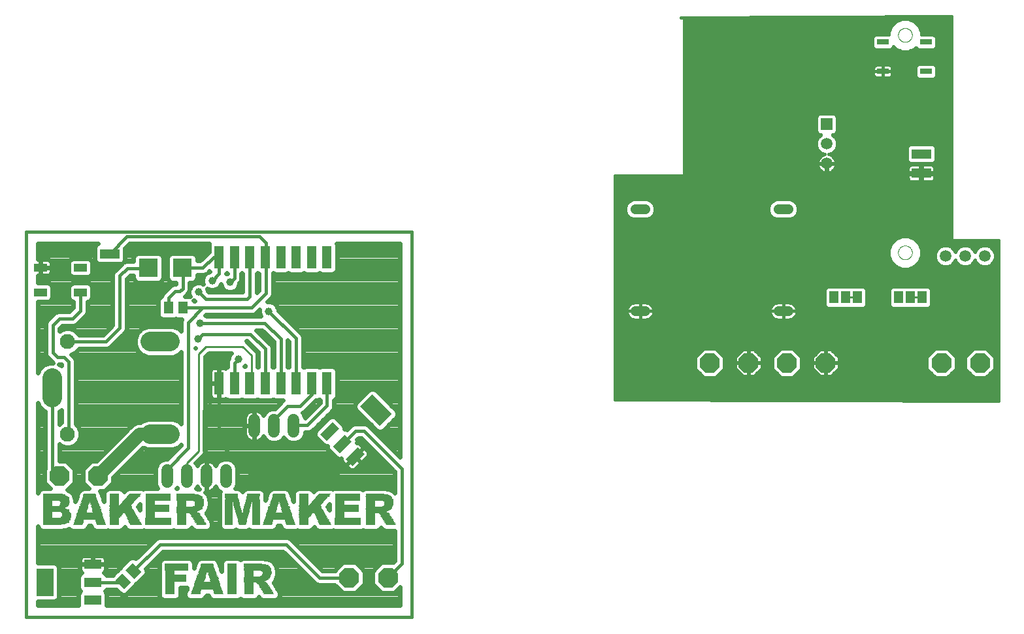
<source format=gtl>
G75*
%MOIN*%
%OFA0B0*%
%FSLAX25Y25*%
%IPPOS*%
%LPD*%
%AMOC8*
5,1,8,0,0,1.08239X$1,22.5*
%
%ADD10C,0.01600*%
%ADD11R,0.04998X0.00278*%
%ADD12R,0.04720X0.00278*%
%ADD13R,0.05275X0.00278*%
%ADD14R,0.04998X0.00278*%
%ADD15R,0.04997X0.00278*%
%ADD16R,0.04997X0.00278*%
%ADD17R,0.05276X0.00278*%
%ADD18R,0.04720X0.00278*%
%ADD19R,0.04998X0.00278*%
%ADD20R,0.04720X0.00278*%
%ADD21R,0.05275X0.00278*%
%ADD22R,0.14715X0.00278*%
%ADD23R,0.14160X0.00278*%
%ADD24R,0.14160X0.00278*%
%ADD25R,0.05275X0.00278*%
%ADD26R,0.13604X0.00278*%
%ADD27R,0.13049X0.00278*%
%ADD28R,0.13049X0.00278*%
%ADD29R,0.12494X0.00278*%
%ADD30R,0.11106X0.00278*%
%ADD31R,0.10828X0.00278*%
%ADD32R,0.04443X0.00278*%
%ADD33R,0.10550X0.00278*%
%ADD34R,0.10828X0.00278*%
%ADD35R,0.04443X0.00278*%
%ADD36R,0.10550X0.00278*%
%ADD37R,0.11383X0.00278*%
%ADD38R,0.11939X0.00278*%
%ADD39R,0.04165X0.00278*%
%ADD40R,0.04442X0.00278*%
%ADD41R,0.12772X0.00278*%
%ADD42R,0.10828X0.00278*%
%ADD43R,0.04443X0.00278*%
%ADD44R,0.04442X0.00278*%
%ADD45R,0.13049X0.00278*%
%ADD46R,0.13327X0.00278*%
%ADD47R,0.04165X0.00278*%
%ADD48R,0.04165X0.00278*%
%ADD49R,0.08607X0.00278*%
%ADD50R,0.08052X0.00278*%
%ADD51R,0.13882X0.00278*%
%ADD52R,0.11939X0.00278*%
%ADD53R,0.08052X0.00278*%
%ADD54R,0.13882X0.00278*%
%ADD55R,0.07496X0.00278*%
%ADD56R,0.06941X0.00278*%
%ADD57R,0.11939X0.00278*%
%ADD58R,0.06941X0.00278*%
%ADD59R,0.06386X0.00278*%
%ADD60R,0.05830X0.00278*%
%ADD61R,0.09440X0.00278*%
%ADD62R,0.09162X0.00278*%
%ADD63R,0.05831X0.00278*%
%ADD64R,0.03887X0.00278*%
%ADD65R,0.03331X0.00278*%
%ADD66R,0.11106X0.00278*%
%ADD67R,0.06108X0.00278*%
%ADD68R,0.05830X0.00278*%
%ADD69R,0.12494X0.00278*%
%ADD70R,0.06108X0.00278*%
%ADD71R,0.03887X0.00278*%
%ADD72R,0.13327X0.00278*%
%ADD73R,0.13605X0.00278*%
%ADD74R,0.05553X0.00278*%
%ADD75R,0.14715X0.00278*%
%ADD76R,0.05553X0.00278*%
%ADD77R,0.05276X0.00278*%
%ADD78R,0.03887X0.00278*%
%ADD79R,0.14160X0.00278*%
%ADD80R,0.05553X0.00278*%
%ADD81R,0.14160X0.00278*%
%ADD82R,0.05553X0.00278*%
%ADD83R,0.06108X0.00278*%
%ADD84R,0.04442X0.00278*%
%ADD85R,0.06663X0.00278*%
%ADD86R,0.05553X0.00278*%
%ADD87R,0.06386X0.00278*%
%ADD88R,0.05553X0.00278*%
%ADD89R,0.06941X0.00278*%
%ADD90R,0.06664X0.00278*%
%ADD91R,0.07219X0.00278*%
%ADD92R,0.03054X0.00278*%
%ADD93R,0.03332X0.00278*%
%ADD94R,0.12217X0.00278*%
%ADD95R,0.13605X0.00278*%
%ADD96R,0.12494X0.00278*%
%ADD97R,0.12217X0.00278*%
%ADD98R,0.11383X0.00278*%
%ADD99R,0.03332X0.00278*%
%ADD100R,0.12216X0.00278*%
%ADD101R,0.12494X0.00278*%
%ADD102R,0.11106X0.00278*%
%ADD103R,0.04165X0.00278*%
%ADD104R,0.11661X0.00278*%
%ADD105R,0.13327X0.00278*%
%ADD106R,0.03054X0.00278*%
%ADD107R,0.11661X0.00278*%
%ADD108R,0.03054X0.00278*%
%ADD109R,0.04165X0.00278*%
%ADD110R,0.05830X0.00278*%
%ADD111R,0.03331X0.00278*%
%ADD112R,0.05831X0.00278*%
%ADD113R,0.04720X0.00278*%
%ADD114R,0.06108X0.00278*%
%ADD115R,0.08607X0.00278*%
%ADD116R,0.07219X0.00278*%
%ADD117R,0.13327X0.00278*%
%ADD118R,0.06108X0.00278*%
%ADD119R,0.12772X0.00278*%
%ADD120R,0.06941X0.00278*%
%ADD121R,0.06941X0.00278*%
%ADD122R,0.06663X0.00278*%
%ADD123R,0.06386X0.00278*%
%ADD124R,0.06663X0.00278*%
%ADD125R,0.09718X0.00278*%
%ADD126R,0.09440X0.00278*%
%ADD127C,0.10000*%
%ADD128C,0.07677*%
%ADD129R,0.09449X0.09449*%
%ADD130OC8,0.10000*%
%ADD131R,0.05118X0.06299*%
%ADD132R,0.08799X0.04799*%
%ADD133R,0.08661X0.14173*%
%ADD134R,0.04799X0.08799*%
%ADD135R,0.14173X0.08661*%
%ADD136R,0.04600X0.06300*%
%ADD137C,0.01000*%
%ADD138C,0.06000*%
%ADD139C,0.05150*%
%ADD140R,0.04724X0.11811*%
%ADD141C,0.00000*%
%ADD142R,0.05937X0.05937*%
%ADD143C,0.05937*%
%ADD144R,0.10000X0.05000*%
%ADD145R,0.06500X0.03937*%
%ADD146R,0.06000X0.03000*%
%ADD147C,0.03962*%
%ADD148C,0.02400*%
%ADD149C,0.06600*%
D10*
X0002200Y0002200D02*
X0199050Y0002200D01*
X0199050Y0199050D01*
X0002200Y0199050D01*
X0002200Y0002200D01*
X0036255Y0020110D02*
X0051244Y0020110D01*
X0051708Y0020573D01*
X0056997Y0025863D02*
X0070539Y0039405D01*
X0134915Y0039405D01*
X0141023Y0033296D01*
X0145188Y0029132D01*
X0151868Y0022451D01*
X0167106Y0022451D01*
X0186791Y0022451D02*
X0194053Y0029713D01*
X0194053Y0077997D01*
X0174618Y0097432D01*
X0170299Y0097432D01*
X0163572Y0090706D01*
X0170006Y0084272D02*
X0160399Y0074666D01*
X0117423Y0074666D01*
X0100628Y0091460D01*
X0100628Y0100487D01*
X0118221Y0100487D01*
X0118710Y0099997D01*
X0128710Y0099997D02*
X0128710Y0103167D01*
X0135470Y0109927D01*
X0141856Y0109927D01*
X0147872Y0115943D01*
X0147872Y0121611D01*
X0155746Y0121611D02*
X0155746Y0110213D01*
X0145743Y0100209D01*
X0138922Y0100209D01*
X0138710Y0099997D01*
X0100628Y0100487D02*
X0100628Y0108538D01*
X0100628Y0112703D01*
X0100628Y0121611D01*
X0100628Y0132835D01*
X0101320Y0133526D01*
X0108502Y0132102D02*
X0110482Y0134082D01*
X0108502Y0132102D02*
X0108502Y0121611D01*
X0124250Y0121611D02*
X0124250Y0139193D01*
X0116590Y0146853D01*
X0092435Y0146853D01*
X0089936Y0144355D01*
X0091047Y0152406D02*
X0124086Y0152406D01*
X0132124Y0144368D01*
X0132124Y0121611D01*
X0139998Y0121611D02*
X0139998Y0144546D01*
X0126030Y0158515D01*
X0117204Y0160239D02*
X0124642Y0167677D01*
X0124642Y0185787D01*
X0124642Y0193220D01*
X0121310Y0196552D01*
X0053623Y0196552D01*
X0044923Y0187852D01*
X0053842Y0180449D02*
X0064510Y0180449D01*
X0064632Y0180570D01*
X0053842Y0180449D02*
X0049955Y0176561D01*
X0049955Y0149907D01*
X0042962Y0142915D01*
X0023448Y0142915D01*
X0015805Y0137413D02*
X0018303Y0134915D01*
X0021635Y0134915D01*
X0023856Y0132693D01*
X0023856Y0096079D01*
X0023448Y0095671D01*
X0015574Y0078085D02*
X0015574Y0119293D01*
X0015805Y0137413D02*
X0015805Y0151296D01*
X0019136Y0154627D01*
X0025800Y0154627D01*
X0030018Y0158845D01*
X0030018Y0168145D01*
X0074963Y0165475D02*
X0074963Y0160239D01*
X0082443Y0160239D02*
X0092435Y0160239D01*
X0084938Y0152743D01*
X0084938Y0088548D01*
X0074232Y0077842D01*
X0074232Y0074302D01*
X0019288Y0074371D02*
X0015574Y0078085D01*
X0092435Y0160239D02*
X0117204Y0160239D01*
X0114924Y0164623D02*
X0093823Y0164623D01*
X0090214Y0168232D01*
X0082162Y0170176D02*
X0082162Y0180362D01*
X0081954Y0180570D01*
X0082111Y0180726D01*
X0092435Y0180726D01*
X0097887Y0186178D01*
X0100628Y0186178D01*
X0100628Y0177536D01*
X0097155Y0174063D01*
X0106317Y0173230D02*
X0108502Y0175415D01*
X0108502Y0186178D01*
X0116376Y0186178D02*
X0116376Y0166075D01*
X0114924Y0164623D01*
X0082162Y0170176D02*
X0080774Y0168787D01*
X0078275Y0168787D01*
X0074963Y0165475D01*
X0124250Y0186178D02*
X0124642Y0185787D01*
X0302594Y0186029D02*
X0442585Y0186029D01*
X0442282Y0186761D02*
X0443552Y0183694D01*
X0445899Y0181347D01*
X0448966Y0180077D01*
X0452285Y0180077D01*
X0455351Y0181347D01*
X0457698Y0183694D01*
X0458968Y0186761D01*
X0458968Y0190080D01*
X0457698Y0193147D01*
X0455351Y0195494D01*
X0452285Y0196764D01*
X0448966Y0196764D01*
X0445899Y0195494D01*
X0443552Y0193147D01*
X0442282Y0190080D01*
X0442282Y0186761D01*
X0442282Y0187627D02*
X0302594Y0187627D01*
X0302594Y0189226D02*
X0442282Y0189226D01*
X0442590Y0190824D02*
X0302594Y0190824D01*
X0302594Y0192423D02*
X0443252Y0192423D01*
X0444427Y0194021D02*
X0302594Y0194021D01*
X0302594Y0195620D02*
X0446204Y0195620D01*
X0455046Y0195620D02*
X0474247Y0195620D01*
X0474247Y0194720D02*
X0474247Y0308893D01*
X0336452Y0308499D01*
X0338027Y0308499D01*
X0338027Y0227791D01*
X0302594Y0227791D01*
X0302594Y0113224D01*
X0498263Y0112830D01*
X0498263Y0194720D01*
X0474247Y0194720D01*
X0474247Y0197218D02*
X0302594Y0197218D01*
X0302594Y0198817D02*
X0474247Y0198817D01*
X0474247Y0200415D02*
X0302594Y0200415D01*
X0302594Y0202014D02*
X0474247Y0202014D01*
X0474247Y0203612D02*
X0302594Y0203612D01*
X0302594Y0205211D02*
X0474247Y0205211D01*
X0474247Y0206809D02*
X0394365Y0206809D01*
X0393892Y0206337D02*
X0395291Y0207736D01*
X0396049Y0209565D01*
X0396049Y0211544D01*
X0395291Y0213372D01*
X0393892Y0214772D01*
X0392064Y0215529D01*
X0384935Y0215529D01*
X0383106Y0214772D01*
X0381707Y0213372D01*
X0380950Y0211544D01*
X0380950Y0209565D01*
X0381707Y0207736D01*
X0383106Y0206337D01*
X0384935Y0205580D01*
X0392064Y0205580D01*
X0393892Y0206337D01*
X0395570Y0208408D02*
X0474247Y0208408D01*
X0474247Y0210006D02*
X0396049Y0210006D01*
X0396023Y0211605D02*
X0474247Y0211605D01*
X0474247Y0213203D02*
X0395361Y0213203D01*
X0393819Y0214802D02*
X0474247Y0214802D01*
X0474247Y0216401D02*
X0302594Y0216401D01*
X0302594Y0217999D02*
X0474247Y0217999D01*
X0474247Y0219598D02*
X0302594Y0219598D01*
X0302594Y0221196D02*
X0474247Y0221196D01*
X0474247Y0222795D02*
X0302594Y0222795D01*
X0302594Y0224393D02*
X0474247Y0224393D01*
X0474247Y0225992D02*
X0465628Y0225992D01*
X0465570Y0225777D02*
X0465693Y0226235D01*
X0465693Y0228522D01*
X0459343Y0228522D01*
X0459343Y0229422D01*
X0458443Y0229422D01*
X0458443Y0233272D01*
X0453656Y0233272D01*
X0453198Y0233149D01*
X0452788Y0232912D01*
X0452453Y0232577D01*
X0452216Y0232166D01*
X0452093Y0231709D01*
X0452093Y0229422D01*
X0458443Y0229422D01*
X0458443Y0228522D01*
X0452093Y0228522D01*
X0452093Y0226235D01*
X0452216Y0225777D01*
X0452453Y0225366D01*
X0452788Y0225031D01*
X0453198Y0224794D01*
X0453656Y0224672D01*
X0458443Y0224672D01*
X0458443Y0228522D01*
X0459343Y0228522D01*
X0459343Y0224672D01*
X0464130Y0224672D01*
X0464588Y0224794D01*
X0464998Y0225031D01*
X0465333Y0225366D01*
X0465570Y0225777D01*
X0465693Y0227590D02*
X0474247Y0227590D01*
X0474247Y0229189D02*
X0459343Y0229189D01*
X0459343Y0229422D02*
X0465693Y0229422D01*
X0465693Y0231709D01*
X0465570Y0232166D01*
X0465333Y0232577D01*
X0464998Y0232912D01*
X0464588Y0233149D01*
X0464130Y0233272D01*
X0459343Y0233272D01*
X0459343Y0229422D01*
X0458443Y0229189D02*
X0411157Y0229189D01*
X0411000Y0229164D02*
X0411742Y0229281D01*
X0412456Y0229513D01*
X0413124Y0229854D01*
X0413732Y0230295D01*
X0414262Y0230826D01*
X0414704Y0231433D01*
X0415044Y0232102D01*
X0415276Y0232816D01*
X0415394Y0233557D01*
X0415394Y0233748D01*
X0410810Y0233748D01*
X0410810Y0234117D01*
X0415394Y0234117D01*
X0415394Y0234308D01*
X0415276Y0235049D01*
X0415044Y0235763D01*
X0414704Y0236432D01*
X0414262Y0237039D01*
X0413732Y0237569D01*
X0413124Y0238011D01*
X0412456Y0238351D01*
X0411742Y0238583D01*
X0411741Y0238584D01*
X0413666Y0239381D01*
X0415176Y0240891D01*
X0415994Y0242864D01*
X0415994Y0245000D01*
X0415176Y0246973D01*
X0413666Y0248483D01*
X0413472Y0248564D01*
X0414071Y0248564D01*
X0414953Y0248929D01*
X0415628Y0249604D01*
X0415994Y0250486D01*
X0415994Y0257378D01*
X0415628Y0258260D01*
X0414953Y0258935D01*
X0414071Y0259301D01*
X0407179Y0259301D01*
X0406297Y0258935D01*
X0405622Y0258260D01*
X0405257Y0257378D01*
X0405257Y0250486D01*
X0405622Y0249604D01*
X0406297Y0248929D01*
X0407179Y0248564D01*
X0407778Y0248564D01*
X0407584Y0248483D01*
X0406074Y0246973D01*
X0405257Y0245000D01*
X0405257Y0242864D01*
X0406074Y0240891D01*
X0407584Y0239381D01*
X0409510Y0238584D01*
X0409509Y0238583D01*
X0408795Y0238351D01*
X0408126Y0238011D01*
X0407519Y0237569D01*
X0406988Y0237039D01*
X0406547Y0236432D01*
X0406206Y0235763D01*
X0405974Y0235049D01*
X0405857Y0234308D01*
X0405857Y0234117D01*
X0410441Y0234117D01*
X0410441Y0233748D01*
X0410809Y0233748D01*
X0410809Y0229164D01*
X0411000Y0229164D01*
X0410809Y0229189D02*
X0410441Y0229189D01*
X0410441Y0229164D02*
X0410441Y0233748D01*
X0405857Y0233748D01*
X0405857Y0233557D01*
X0405974Y0232816D01*
X0406206Y0232102D01*
X0406547Y0231433D01*
X0406988Y0230826D01*
X0407519Y0230295D01*
X0408126Y0229854D01*
X0408795Y0229513D01*
X0409509Y0229281D01*
X0410250Y0229164D01*
X0410441Y0229164D01*
X0410093Y0229189D02*
X0338027Y0229189D01*
X0338027Y0230787D02*
X0407027Y0230787D01*
X0406114Y0232386D02*
X0338027Y0232386D01*
X0338027Y0233984D02*
X0410441Y0233984D01*
X0410810Y0233984D02*
X0453247Y0233984D01*
X0453416Y0233914D02*
X0452533Y0234280D01*
X0451858Y0234955D01*
X0451493Y0235837D01*
X0451493Y0241792D01*
X0451858Y0242674D01*
X0452533Y0243349D01*
X0453416Y0243714D01*
X0464370Y0243714D01*
X0465252Y0243349D01*
X0465928Y0242674D01*
X0466293Y0241792D01*
X0466293Y0235837D01*
X0465928Y0234955D01*
X0465252Y0234280D01*
X0464370Y0233914D01*
X0453416Y0233914D01*
X0452342Y0232386D02*
X0415137Y0232386D01*
X0414224Y0230787D02*
X0452093Y0230787D01*
X0452093Y0227590D02*
X0302594Y0227590D01*
X0302594Y0225992D02*
X0452158Y0225992D01*
X0458443Y0225992D02*
X0459343Y0225992D01*
X0459343Y0227590D02*
X0458443Y0227590D01*
X0458443Y0230787D02*
X0459343Y0230787D01*
X0459343Y0232386D02*
X0458443Y0232386D01*
X0464539Y0233984D02*
X0474247Y0233984D01*
X0474247Y0232386D02*
X0465444Y0232386D01*
X0465693Y0230787D02*
X0474247Y0230787D01*
X0474247Y0235583D02*
X0466188Y0235583D01*
X0466293Y0237181D02*
X0474247Y0237181D01*
X0474247Y0238780D02*
X0466293Y0238780D01*
X0466293Y0240378D02*
X0474247Y0240378D01*
X0474247Y0241977D02*
X0466216Y0241977D01*
X0464706Y0243575D02*
X0474247Y0243575D01*
X0474247Y0245174D02*
X0415922Y0245174D01*
X0415994Y0243575D02*
X0453080Y0243575D01*
X0451570Y0241977D02*
X0415626Y0241977D01*
X0414663Y0240378D02*
X0451493Y0240378D01*
X0451493Y0238780D02*
X0412214Y0238780D01*
X0414120Y0237181D02*
X0451493Y0237181D01*
X0451598Y0235583D02*
X0415103Y0235583D01*
X0410809Y0232386D02*
X0410441Y0232386D01*
X0410441Y0230787D02*
X0410809Y0230787D01*
X0406148Y0235583D02*
X0338027Y0235583D01*
X0338027Y0237181D02*
X0407130Y0237181D01*
X0409036Y0238780D02*
X0338027Y0238780D01*
X0338027Y0240378D02*
X0406587Y0240378D01*
X0405624Y0241977D02*
X0338027Y0241977D01*
X0338027Y0243575D02*
X0405257Y0243575D01*
X0405329Y0245174D02*
X0338027Y0245174D01*
X0338027Y0246772D02*
X0405991Y0246772D01*
X0407471Y0248371D02*
X0338027Y0248371D01*
X0338027Y0249969D02*
X0405471Y0249969D01*
X0405257Y0251568D02*
X0338027Y0251568D01*
X0338027Y0253166D02*
X0405257Y0253166D01*
X0405257Y0254765D02*
X0338027Y0254765D01*
X0338027Y0256363D02*
X0405257Y0256363D01*
X0405498Y0257962D02*
X0338027Y0257962D01*
X0338027Y0259560D02*
X0474247Y0259560D01*
X0474247Y0257962D02*
X0415752Y0257962D01*
X0415994Y0256363D02*
X0474247Y0256363D01*
X0474247Y0254765D02*
X0415994Y0254765D01*
X0415994Y0253166D02*
X0474247Y0253166D01*
X0474247Y0251568D02*
X0415994Y0251568D01*
X0415779Y0249969D02*
X0474247Y0249969D01*
X0474247Y0248371D02*
X0413779Y0248371D01*
X0415260Y0246772D02*
X0474247Y0246772D01*
X0474247Y0261159D02*
X0338027Y0261159D01*
X0338027Y0262757D02*
X0474247Y0262757D01*
X0474247Y0264356D02*
X0338027Y0264356D01*
X0338027Y0265954D02*
X0474247Y0265954D01*
X0474247Y0267553D02*
X0338027Y0267553D01*
X0338027Y0269151D02*
X0474247Y0269151D01*
X0474247Y0270750D02*
X0338027Y0270750D01*
X0338027Y0272348D02*
X0474247Y0272348D01*
X0474247Y0273947D02*
X0338027Y0273947D01*
X0338027Y0275545D02*
X0474247Y0275545D01*
X0474247Y0277144D02*
X0465007Y0277144D01*
X0464709Y0277020D02*
X0465591Y0277386D01*
X0466266Y0278061D01*
X0466631Y0278943D01*
X0466631Y0282898D01*
X0466266Y0283780D01*
X0465591Y0284455D01*
X0464709Y0284820D01*
X0457754Y0284820D01*
X0456872Y0284455D01*
X0456197Y0283780D01*
X0455831Y0282898D01*
X0455831Y0278943D01*
X0456197Y0278061D01*
X0456872Y0277386D01*
X0457754Y0277020D01*
X0464709Y0277020D01*
X0466548Y0278742D02*
X0474247Y0278742D01*
X0474247Y0280341D02*
X0466631Y0280341D01*
X0466631Y0281939D02*
X0474247Y0281939D01*
X0474247Y0283538D02*
X0466366Y0283538D01*
X0474247Y0285137D02*
X0338027Y0285137D01*
X0338027Y0286735D02*
X0474247Y0286735D01*
X0474247Y0288334D02*
X0338027Y0288334D01*
X0338027Y0289932D02*
X0474247Y0289932D01*
X0474247Y0291531D02*
X0453322Y0291531D01*
X0452285Y0291101D02*
X0455351Y0292371D01*
X0456151Y0293171D01*
X0456197Y0293061D01*
X0456872Y0292386D01*
X0457754Y0292020D01*
X0464709Y0292020D01*
X0465591Y0292386D01*
X0466266Y0293061D01*
X0466631Y0293943D01*
X0466631Y0297898D01*
X0466266Y0298780D01*
X0465591Y0299455D01*
X0464709Y0299820D01*
X0458968Y0299820D01*
X0458968Y0301104D01*
X0457698Y0304170D01*
X0455351Y0306517D01*
X0452285Y0307787D01*
X0448966Y0307787D01*
X0445899Y0306517D01*
X0443552Y0304170D01*
X0442282Y0301104D01*
X0442282Y0299820D01*
X0435754Y0299820D01*
X0434872Y0299455D01*
X0434197Y0298780D01*
X0433831Y0297898D01*
X0433831Y0293943D01*
X0434197Y0293061D01*
X0434872Y0292386D01*
X0435754Y0292020D01*
X0442709Y0292020D01*
X0443591Y0292386D01*
X0444266Y0293061D01*
X0444542Y0293728D01*
X0445899Y0292371D01*
X0448966Y0291101D01*
X0452285Y0291101D01*
X0456109Y0293129D02*
X0456169Y0293129D01*
X0447928Y0291531D02*
X0338027Y0291531D01*
X0338027Y0293129D02*
X0434169Y0293129D01*
X0433831Y0294728D02*
X0338027Y0294728D01*
X0338027Y0296326D02*
X0433831Y0296326D01*
X0433843Y0297925D02*
X0338027Y0297925D01*
X0338027Y0299523D02*
X0435036Y0299523D01*
X0442289Y0301122D02*
X0338027Y0301122D01*
X0338027Y0302720D02*
X0442951Y0302720D01*
X0443701Y0304319D02*
X0338027Y0304319D01*
X0338027Y0305917D02*
X0445299Y0305917D01*
X0448310Y0307516D02*
X0338027Y0307516D01*
X0338027Y0283538D02*
X0434803Y0283538D01*
X0434791Y0283526D02*
X0434554Y0283115D01*
X0434431Y0282657D01*
X0434431Y0280921D01*
X0439231Y0280921D01*
X0439231Y0284220D01*
X0435995Y0284220D01*
X0435537Y0284098D01*
X0435126Y0283861D01*
X0434791Y0283526D01*
X0434431Y0281939D02*
X0338027Y0281939D01*
X0338027Y0280341D02*
X0434431Y0280341D01*
X0434431Y0280920D02*
X0434431Y0279183D01*
X0434554Y0278726D01*
X0434791Y0278315D01*
X0435126Y0277980D01*
X0435537Y0277743D01*
X0435995Y0277620D01*
X0439231Y0277620D01*
X0439231Y0280920D01*
X0439232Y0280920D01*
X0439232Y0280921D01*
X0439231Y0280921D01*
X0439231Y0280920D01*
X0434431Y0280920D01*
X0434550Y0278742D02*
X0338027Y0278742D01*
X0338027Y0277144D02*
X0457456Y0277144D01*
X0455915Y0278742D02*
X0443913Y0278742D01*
X0443909Y0278726D02*
X0444031Y0279183D01*
X0444031Y0280920D01*
X0439232Y0280920D01*
X0439232Y0277620D01*
X0442468Y0277620D01*
X0442926Y0277743D01*
X0443337Y0277980D01*
X0443672Y0278315D01*
X0443909Y0278726D01*
X0444031Y0280341D02*
X0455831Y0280341D01*
X0455831Y0281939D02*
X0444031Y0281939D01*
X0444031Y0282657D02*
X0443909Y0283115D01*
X0443672Y0283526D01*
X0443337Y0283861D01*
X0442926Y0284098D01*
X0442468Y0284220D01*
X0439232Y0284220D01*
X0439232Y0280921D01*
X0444031Y0280921D01*
X0444031Y0282657D01*
X0443660Y0283538D02*
X0456097Y0283538D01*
X0466294Y0293129D02*
X0474247Y0293129D01*
X0474247Y0294728D02*
X0466631Y0294728D01*
X0466631Y0296326D02*
X0474247Y0296326D01*
X0474247Y0297925D02*
X0466620Y0297925D01*
X0465427Y0299523D02*
X0474247Y0299523D01*
X0474247Y0301122D02*
X0458961Y0301122D01*
X0458299Y0302720D02*
X0474247Y0302720D01*
X0474247Y0304319D02*
X0457550Y0304319D01*
X0455951Y0305917D02*
X0474247Y0305917D01*
X0474247Y0307516D02*
X0452941Y0307516D01*
X0445141Y0293129D02*
X0444294Y0293129D01*
X0439232Y0283538D02*
X0439231Y0283538D01*
X0439231Y0281939D02*
X0439232Y0281939D01*
X0439231Y0280341D02*
X0439232Y0280341D01*
X0439231Y0278742D02*
X0439232Y0278742D01*
X0383179Y0214802D02*
X0320819Y0214802D01*
X0320892Y0214772D02*
X0319064Y0215529D01*
X0311935Y0215529D01*
X0310106Y0214772D01*
X0308707Y0213372D01*
X0307950Y0211544D01*
X0307950Y0209565D01*
X0308707Y0207736D01*
X0310106Y0206337D01*
X0311935Y0205580D01*
X0319064Y0205580D01*
X0320892Y0206337D01*
X0322291Y0207736D01*
X0323049Y0209565D01*
X0323049Y0211544D01*
X0322291Y0213372D01*
X0320892Y0214772D01*
X0322361Y0213203D02*
X0381637Y0213203D01*
X0380975Y0211605D02*
X0323023Y0211605D01*
X0323049Y0210006D02*
X0380950Y0210006D01*
X0381429Y0208408D02*
X0322570Y0208408D01*
X0321365Y0206809D02*
X0382634Y0206809D01*
X0443247Y0184430D02*
X0302594Y0184430D01*
X0302594Y0182832D02*
X0444415Y0182832D01*
X0446175Y0181233D02*
X0302594Y0181233D01*
X0302594Y0179635D02*
X0498263Y0179635D01*
X0498263Y0181233D02*
X0455076Y0181233D01*
X0456836Y0182832D02*
X0467480Y0182832D01*
X0468175Y0182137D02*
X0470148Y0181320D01*
X0472284Y0181320D01*
X0474257Y0182137D01*
X0475767Y0183647D01*
X0476216Y0184731D01*
X0476665Y0183647D01*
X0478175Y0182137D01*
X0480148Y0181320D01*
X0482284Y0181320D01*
X0484257Y0182137D01*
X0485767Y0183647D01*
X0486216Y0184731D01*
X0486665Y0183647D01*
X0488175Y0182137D01*
X0490148Y0181320D01*
X0492284Y0181320D01*
X0494257Y0182137D01*
X0495767Y0183647D01*
X0496584Y0185620D01*
X0496584Y0187756D01*
X0495767Y0189729D01*
X0494257Y0191239D01*
X0492284Y0192057D01*
X0490148Y0192057D01*
X0488175Y0191239D01*
X0486665Y0189729D01*
X0486216Y0188646D01*
X0485767Y0189729D01*
X0484257Y0191239D01*
X0482284Y0192057D01*
X0480148Y0192057D01*
X0478175Y0191239D01*
X0476665Y0189729D01*
X0476216Y0188646D01*
X0475767Y0189729D01*
X0474257Y0191239D01*
X0472284Y0192057D01*
X0470148Y0192057D01*
X0468175Y0191239D01*
X0466665Y0189729D01*
X0465847Y0187756D01*
X0465847Y0185620D01*
X0466665Y0183647D01*
X0468175Y0182137D01*
X0466340Y0184430D02*
X0458003Y0184430D01*
X0458665Y0186029D02*
X0465847Y0186029D01*
X0465847Y0187627D02*
X0458968Y0187627D01*
X0458968Y0189226D02*
X0466456Y0189226D01*
X0467760Y0190824D02*
X0458660Y0190824D01*
X0457998Y0192423D02*
X0498263Y0192423D01*
X0498263Y0194021D02*
X0456824Y0194021D01*
X0474672Y0190824D02*
X0477760Y0190824D01*
X0476456Y0189226D02*
X0475975Y0189226D01*
X0476091Y0184430D02*
X0476340Y0184430D01*
X0477480Y0182832D02*
X0474952Y0182832D01*
X0484952Y0182832D02*
X0487480Y0182832D01*
X0486340Y0184430D02*
X0486091Y0184430D01*
X0485975Y0189226D02*
X0486456Y0189226D01*
X0487760Y0190824D02*
X0484672Y0190824D01*
X0494672Y0190824D02*
X0498263Y0190824D01*
X0498263Y0189226D02*
X0495975Y0189226D01*
X0496584Y0187627D02*
X0498263Y0187627D01*
X0498263Y0186029D02*
X0496584Y0186029D01*
X0496091Y0184430D02*
X0498263Y0184430D01*
X0498263Y0182832D02*
X0494952Y0182832D01*
X0498263Y0178036D02*
X0302594Y0178036D01*
X0302594Y0176438D02*
X0498263Y0176438D01*
X0498263Y0174839D02*
X0302594Y0174839D01*
X0302594Y0173241D02*
X0498263Y0173241D01*
X0498263Y0171642D02*
X0302594Y0171642D01*
X0302594Y0170044D02*
X0409954Y0170044D01*
X0409976Y0170095D02*
X0409610Y0169213D01*
X0409610Y0161958D01*
X0409976Y0161076D01*
X0410651Y0160401D01*
X0411533Y0160036D01*
X0417088Y0160036D01*
X0417310Y0160128D01*
X0417533Y0160036D01*
X0423088Y0160036D01*
X0423310Y0160128D01*
X0423533Y0160036D01*
X0429088Y0160036D01*
X0429970Y0160401D01*
X0430645Y0161076D01*
X0431010Y0161958D01*
X0431010Y0169213D01*
X0430645Y0170095D01*
X0429970Y0170770D01*
X0429088Y0171136D01*
X0423533Y0171136D01*
X0423310Y0171044D01*
X0423088Y0171136D01*
X0417533Y0171136D01*
X0417310Y0171044D01*
X0417088Y0171136D01*
X0411533Y0171136D01*
X0410651Y0170770D01*
X0409976Y0170095D01*
X0409610Y0168445D02*
X0302594Y0168445D01*
X0302594Y0166847D02*
X0409610Y0166847D01*
X0409610Y0165248D02*
X0302594Y0165248D01*
X0302594Y0163650D02*
X0409610Y0163650D01*
X0409610Y0162051D02*
X0393704Y0162051D01*
X0393924Y0161891D02*
X0393367Y0162296D01*
X0392753Y0162609D01*
X0392098Y0162821D01*
X0391418Y0162929D01*
X0388499Y0162929D01*
X0385580Y0162929D01*
X0384900Y0162821D01*
X0384245Y0162609D01*
X0383632Y0162296D01*
X0383074Y0161891D01*
X0382587Y0161404D01*
X0382183Y0160847D01*
X0381870Y0160234D01*
X0381657Y0159579D01*
X0381550Y0158899D01*
X0381550Y0158554D01*
X0381550Y0158210D01*
X0381657Y0157530D01*
X0381870Y0156875D01*
X0382183Y0156261D01*
X0382587Y0155704D01*
X0383074Y0155217D01*
X0383632Y0154813D01*
X0384245Y0154500D01*
X0384900Y0154287D01*
X0385580Y0154180D01*
X0388499Y0154180D01*
X0388499Y0158554D01*
X0388499Y0158554D01*
X0381550Y0158554D01*
X0388499Y0158554D01*
X0388499Y0158554D01*
X0388499Y0154180D01*
X0391418Y0154180D01*
X0392098Y0154287D01*
X0392753Y0154500D01*
X0393367Y0154813D01*
X0393924Y0155217D01*
X0394411Y0155704D01*
X0394816Y0156261D01*
X0395128Y0156875D01*
X0395341Y0157530D01*
X0395449Y0158210D01*
X0395449Y0158554D01*
X0388499Y0158554D01*
X0388499Y0158554D01*
X0388499Y0162929D01*
X0388499Y0158554D01*
X0388499Y0158554D01*
X0395449Y0158554D01*
X0395449Y0158899D01*
X0395341Y0159579D01*
X0395128Y0160234D01*
X0394816Y0160847D01*
X0394411Y0161404D01*
X0393924Y0161891D01*
X0395017Y0160453D02*
X0410599Y0160453D01*
X0395449Y0158854D02*
X0498263Y0158854D01*
X0498263Y0157256D02*
X0395252Y0157256D01*
X0394364Y0155657D02*
X0498263Y0155657D01*
X0498263Y0154059D02*
X0302594Y0154059D01*
X0302594Y0155657D02*
X0309635Y0155657D01*
X0309587Y0155704D02*
X0310074Y0155217D01*
X0310632Y0154813D01*
X0311245Y0154500D01*
X0311900Y0154287D01*
X0312580Y0154180D01*
X0315499Y0154180D01*
X0315499Y0158554D01*
X0315499Y0158554D01*
X0308550Y0158554D01*
X0308550Y0158210D01*
X0308657Y0157530D01*
X0308870Y0156875D01*
X0309183Y0156261D01*
X0309587Y0155704D01*
X0308746Y0157256D02*
X0302594Y0157256D01*
X0302594Y0158854D02*
X0308550Y0158854D01*
X0308550Y0158899D02*
X0308550Y0158554D01*
X0315499Y0158554D01*
X0315499Y0158554D01*
X0315499Y0154180D01*
X0318418Y0154180D01*
X0319098Y0154287D01*
X0319753Y0154500D01*
X0320367Y0154813D01*
X0320924Y0155217D01*
X0321411Y0155704D01*
X0321816Y0156261D01*
X0322128Y0156875D01*
X0322341Y0157530D01*
X0322449Y0158210D01*
X0322449Y0158554D01*
X0315499Y0158554D01*
X0315499Y0158554D01*
X0315499Y0162929D01*
X0312580Y0162929D01*
X0311900Y0162821D01*
X0311245Y0162609D01*
X0310632Y0162296D01*
X0310074Y0161891D01*
X0309587Y0161404D01*
X0309183Y0160847D01*
X0308870Y0160234D01*
X0308657Y0159579D01*
X0308550Y0158899D01*
X0308982Y0160453D02*
X0302594Y0160453D01*
X0302594Y0162051D02*
X0310294Y0162051D01*
X0315499Y0162051D02*
X0315499Y0162051D01*
X0315499Y0162929D02*
X0315499Y0158554D01*
X0315499Y0158554D01*
X0322449Y0158554D01*
X0322449Y0158899D01*
X0322341Y0159579D01*
X0322128Y0160234D01*
X0321816Y0160847D01*
X0321411Y0161404D01*
X0320924Y0161891D01*
X0320367Y0162296D01*
X0319753Y0162609D01*
X0319098Y0162821D01*
X0318418Y0162929D01*
X0315499Y0162929D01*
X0315499Y0160453D02*
X0315499Y0160453D01*
X0315499Y0158854D02*
X0315499Y0158854D01*
X0315499Y0157256D02*
X0315499Y0157256D01*
X0315499Y0155657D02*
X0315499Y0155657D01*
X0321364Y0155657D02*
X0382635Y0155657D01*
X0381746Y0157256D02*
X0322252Y0157256D01*
X0322449Y0158854D02*
X0381550Y0158854D01*
X0381982Y0160453D02*
X0322017Y0160453D01*
X0320704Y0162051D02*
X0383294Y0162051D01*
X0388499Y0162051D02*
X0388499Y0162051D01*
X0388499Y0160453D02*
X0388499Y0160453D01*
X0388499Y0158854D02*
X0388499Y0158854D01*
X0388499Y0157256D02*
X0388499Y0157256D01*
X0388499Y0155657D02*
X0388499Y0155657D01*
X0387324Y0139521D02*
X0382989Y0135186D01*
X0382989Y0129056D01*
X0387324Y0124721D01*
X0393454Y0124721D01*
X0397789Y0129056D01*
X0397789Y0135186D01*
X0393454Y0139521D01*
X0387324Y0139521D01*
X0385876Y0138073D02*
X0374368Y0138073D01*
X0373521Y0138921D02*
X0370888Y0138921D01*
X0370888Y0132306D01*
X0370520Y0132306D01*
X0370520Y0138921D01*
X0367887Y0138921D01*
X0363904Y0134938D01*
X0363904Y0132306D01*
X0370520Y0132306D01*
X0370520Y0131937D01*
X0370888Y0131937D01*
X0370888Y0125321D01*
X0373521Y0125321D01*
X0377504Y0129305D01*
X0377504Y0131937D01*
X0370888Y0131937D01*
X0370888Y0132306D01*
X0377504Y0132306D01*
X0377504Y0134938D01*
X0373521Y0138921D01*
X0370888Y0138073D02*
X0370520Y0138073D01*
X0370520Y0136475D02*
X0370888Y0136475D01*
X0370888Y0134876D02*
X0370520Y0134876D01*
X0370520Y0133278D02*
X0370888Y0133278D01*
X0370520Y0131937D02*
X0363904Y0131937D01*
X0363904Y0129305D01*
X0367887Y0125321D01*
X0370520Y0125321D01*
X0370520Y0131937D01*
X0370520Y0131679D02*
X0370888Y0131679D01*
X0370888Y0130081D02*
X0370520Y0130081D01*
X0370520Y0128482D02*
X0370888Y0128482D01*
X0370888Y0126884D02*
X0370520Y0126884D01*
X0366325Y0126884D02*
X0356247Y0126884D01*
X0357845Y0128482D02*
X0364726Y0128482D01*
X0363904Y0130081D02*
X0358419Y0130081D01*
X0358419Y0129056D02*
X0354084Y0124721D01*
X0347954Y0124721D01*
X0343619Y0129056D01*
X0343619Y0135186D01*
X0347954Y0139521D01*
X0354084Y0139521D01*
X0358419Y0135186D01*
X0358419Y0129056D01*
X0358419Y0131679D02*
X0363904Y0131679D01*
X0363904Y0133278D02*
X0358419Y0133278D01*
X0358419Y0134876D02*
X0363904Y0134876D01*
X0365441Y0136475D02*
X0357130Y0136475D01*
X0355532Y0138073D02*
X0367039Y0138073D01*
X0375967Y0136475D02*
X0384277Y0136475D01*
X0382989Y0134876D02*
X0377504Y0134876D01*
X0377504Y0133278D02*
X0382989Y0133278D01*
X0382989Y0131679D02*
X0377504Y0131679D01*
X0377504Y0130081D02*
X0382989Y0130081D01*
X0383563Y0128482D02*
X0376682Y0128482D01*
X0375083Y0126884D02*
X0385161Y0126884D01*
X0386760Y0125285D02*
X0354648Y0125285D01*
X0347390Y0125285D02*
X0302594Y0125285D01*
X0302594Y0123687D02*
X0498263Y0123687D01*
X0498263Y0125285D02*
X0492443Y0125285D01*
X0491879Y0124721D02*
X0496214Y0129056D01*
X0496214Y0135186D01*
X0491879Y0139521D01*
X0485749Y0139521D01*
X0481414Y0135186D01*
X0481414Y0129056D01*
X0485749Y0124721D01*
X0491879Y0124721D01*
X0494042Y0126884D02*
X0498263Y0126884D01*
X0498263Y0128482D02*
X0495640Y0128482D01*
X0496214Y0130081D02*
X0498263Y0130081D01*
X0498263Y0131679D02*
X0496214Y0131679D01*
X0496214Y0133278D02*
X0498263Y0133278D01*
X0498263Y0134876D02*
X0496214Y0134876D01*
X0494926Y0136475D02*
X0498263Y0136475D01*
X0498263Y0138073D02*
X0493327Y0138073D01*
X0498263Y0139672D02*
X0302594Y0139672D01*
X0302594Y0141270D02*
X0498263Y0141270D01*
X0498263Y0142869D02*
X0302594Y0142869D01*
X0302594Y0144468D02*
X0498263Y0144468D01*
X0498263Y0146066D02*
X0302594Y0146066D01*
X0302594Y0147665D02*
X0498263Y0147665D01*
X0498263Y0149263D02*
X0302594Y0149263D01*
X0302594Y0150862D02*
X0498263Y0150862D01*
X0498263Y0152460D02*
X0302594Y0152460D01*
X0302594Y0138073D02*
X0346506Y0138073D01*
X0344907Y0136475D02*
X0302594Y0136475D01*
X0302594Y0134876D02*
X0343619Y0134876D01*
X0343619Y0133278D02*
X0302594Y0133278D01*
X0302594Y0131679D02*
X0343619Y0131679D01*
X0343619Y0130081D02*
X0302594Y0130081D01*
X0302594Y0128482D02*
X0344193Y0128482D01*
X0345791Y0126884D02*
X0302594Y0126884D01*
X0302594Y0122088D02*
X0498263Y0122088D01*
X0498263Y0120490D02*
X0302594Y0120490D01*
X0302594Y0118891D02*
X0498263Y0118891D01*
X0498263Y0117293D02*
X0302594Y0117293D01*
X0302594Y0115694D02*
X0498263Y0115694D01*
X0498263Y0114096D02*
X0302594Y0114096D01*
X0394018Y0125285D02*
X0465500Y0125285D01*
X0466064Y0124721D02*
X0472194Y0124721D01*
X0476529Y0129056D01*
X0476529Y0135186D01*
X0472194Y0139521D01*
X0466064Y0139521D01*
X0461729Y0135186D01*
X0461729Y0129056D01*
X0466064Y0124721D01*
X0463901Y0126884D02*
X0414453Y0126884D01*
X0412891Y0125321D02*
X0416874Y0129305D01*
X0416874Y0131937D01*
X0410258Y0131937D01*
X0410258Y0125321D01*
X0412891Y0125321D01*
X0409890Y0125321D02*
X0409890Y0131937D01*
X0410258Y0131937D01*
X0410258Y0132306D01*
X0409890Y0132306D01*
X0409890Y0138921D01*
X0407257Y0138921D01*
X0403274Y0134938D01*
X0403274Y0132306D01*
X0409890Y0132306D01*
X0409890Y0131937D01*
X0403274Y0131937D01*
X0403274Y0129305D01*
X0407257Y0125321D01*
X0409890Y0125321D01*
X0409890Y0126884D02*
X0410258Y0126884D01*
X0410258Y0128482D02*
X0409890Y0128482D01*
X0409890Y0130081D02*
X0410258Y0130081D01*
X0410258Y0131679D02*
X0409890Y0131679D01*
X0410258Y0132306D02*
X0416874Y0132306D01*
X0416874Y0134938D01*
X0412891Y0138921D01*
X0410258Y0138921D01*
X0410258Y0132306D01*
X0410258Y0133278D02*
X0409890Y0133278D01*
X0409890Y0134876D02*
X0410258Y0134876D01*
X0410258Y0136475D02*
X0409890Y0136475D01*
X0409890Y0138073D02*
X0410258Y0138073D01*
X0413738Y0138073D02*
X0464616Y0138073D01*
X0463018Y0136475D02*
X0415337Y0136475D01*
X0416874Y0134876D02*
X0461729Y0134876D01*
X0461729Y0133278D02*
X0416874Y0133278D01*
X0416874Y0131679D02*
X0461729Y0131679D01*
X0461729Y0130081D02*
X0416874Y0130081D01*
X0416052Y0128482D02*
X0462303Y0128482D01*
X0472758Y0125285D02*
X0485185Y0125285D01*
X0483586Y0126884D02*
X0474357Y0126884D01*
X0475955Y0128482D02*
X0481988Y0128482D01*
X0481414Y0130081D02*
X0476529Y0130081D01*
X0476529Y0131679D02*
X0481414Y0131679D01*
X0481414Y0133278D02*
X0476529Y0133278D01*
X0476529Y0134876D02*
X0481414Y0134876D01*
X0482703Y0136475D02*
X0475241Y0136475D01*
X0473642Y0138073D02*
X0484301Y0138073D01*
X0498263Y0160453D02*
X0463092Y0160453D01*
X0463041Y0160401D02*
X0463716Y0161076D01*
X0464081Y0161958D01*
X0464081Y0169213D01*
X0463716Y0170095D01*
X0463041Y0170770D01*
X0462158Y0171136D01*
X0456604Y0171136D01*
X0456381Y0171044D01*
X0456158Y0171136D01*
X0450604Y0171136D01*
X0450381Y0171044D01*
X0450158Y0171136D01*
X0444604Y0171136D01*
X0443722Y0170770D01*
X0443046Y0170095D01*
X0442681Y0169213D01*
X0442681Y0161958D01*
X0443046Y0161076D01*
X0443722Y0160401D01*
X0444604Y0160036D01*
X0450158Y0160036D01*
X0450381Y0160128D01*
X0450604Y0160036D01*
X0456158Y0160036D01*
X0456381Y0160128D01*
X0456604Y0160036D01*
X0462158Y0160036D01*
X0463041Y0160401D01*
X0464081Y0162051D02*
X0498263Y0162051D01*
X0498263Y0163650D02*
X0464081Y0163650D01*
X0464081Y0165248D02*
X0498263Y0165248D01*
X0498263Y0166847D02*
X0464081Y0166847D01*
X0464081Y0168445D02*
X0498263Y0168445D01*
X0498263Y0170044D02*
X0463737Y0170044D01*
X0443025Y0170044D02*
X0430666Y0170044D01*
X0431010Y0168445D02*
X0442681Y0168445D01*
X0442681Y0166847D02*
X0431010Y0166847D01*
X0431010Y0165248D02*
X0442681Y0165248D01*
X0442681Y0163650D02*
X0431010Y0163650D01*
X0431010Y0162051D02*
X0442681Y0162051D01*
X0443670Y0160453D02*
X0430021Y0160453D01*
X0406410Y0138073D02*
X0394902Y0138073D01*
X0396500Y0136475D02*
X0404811Y0136475D01*
X0403274Y0134876D02*
X0397789Y0134876D01*
X0397789Y0133278D02*
X0403274Y0133278D01*
X0403274Y0131679D02*
X0397789Y0131679D01*
X0397789Y0130081D02*
X0403274Y0130081D01*
X0404096Y0128482D02*
X0397215Y0128482D01*
X0395617Y0126884D02*
X0405695Y0126884D01*
X0309634Y0206809D02*
X0302594Y0206809D01*
X0302594Y0208408D02*
X0308429Y0208408D01*
X0307950Y0210006D02*
X0302594Y0210006D01*
X0302594Y0211605D02*
X0307975Y0211605D01*
X0308637Y0213203D02*
X0302594Y0213203D01*
X0302594Y0214802D02*
X0310179Y0214802D01*
D11*
X0143938Y0064948D03*
X0143938Y0064670D03*
X0143938Y0064392D03*
X0143938Y0064115D03*
X0143938Y0063560D03*
X0143938Y0063282D03*
X0143938Y0063004D03*
X0143938Y0062727D03*
X0143938Y0062449D03*
X0143938Y0061894D03*
X0143938Y0061616D03*
X0143938Y0061338D03*
X0143938Y0061061D03*
X0143938Y0060505D03*
X0143938Y0060228D03*
X0143938Y0059950D03*
X0143938Y0059673D03*
X0143938Y0052731D03*
X0143938Y0052454D03*
X0143938Y0052176D03*
X0143938Y0051621D03*
X0143938Y0051343D03*
X0143938Y0051066D03*
X0143938Y0050788D03*
X0143938Y0050510D03*
X0143938Y0049955D03*
X0143938Y0049677D03*
X0143938Y0049400D03*
X0136997Y0049955D03*
X0125613Y0049955D03*
X0125336Y0049400D03*
X0112564Y0051621D03*
X0112564Y0052176D03*
X0112564Y0052454D03*
X0091741Y0049400D03*
X0091463Y0049955D03*
X0090908Y0050788D03*
X0090630Y0051343D03*
X0090075Y0052176D03*
X0089797Y0052731D03*
X0089242Y0053564D03*
X0088686Y0054397D03*
X0090352Y0058840D03*
X0090630Y0061061D03*
X0081468Y0061061D03*
X0081468Y0061338D03*
X0081468Y0060505D03*
X0081468Y0060228D03*
X0081468Y0059950D03*
X0081468Y0059673D03*
X0081468Y0059117D03*
X0081468Y0058840D03*
X0081468Y0058562D03*
X0081468Y0055230D03*
X0081468Y0054953D03*
X0081468Y0054397D03*
X0081468Y0054120D03*
X0081468Y0053842D03*
X0081468Y0053564D03*
X0081468Y0053009D03*
X0081468Y0052731D03*
X0081468Y0052454D03*
X0081468Y0052176D03*
X0081468Y0051621D03*
X0081468Y0051343D03*
X0081468Y0051066D03*
X0081468Y0050788D03*
X0081468Y0050510D03*
X0081468Y0049955D03*
X0081468Y0049677D03*
X0081468Y0049400D03*
X0065642Y0053009D03*
X0065642Y0053564D03*
X0065642Y0053842D03*
X0065642Y0054120D03*
X0065642Y0054397D03*
X0065642Y0054953D03*
X0065642Y0055230D03*
X0065642Y0055508D03*
X0065642Y0055785D03*
X0065642Y0059673D03*
X0065642Y0059950D03*
X0065642Y0060228D03*
X0065642Y0060505D03*
X0065642Y0061061D03*
X0065642Y0061338D03*
X0047317Y0061338D03*
X0047317Y0061061D03*
X0047317Y0061616D03*
X0047317Y0061894D03*
X0047317Y0062449D03*
X0047317Y0062727D03*
X0047317Y0063004D03*
X0047317Y0063282D03*
X0047317Y0063560D03*
X0047317Y0064115D03*
X0047317Y0064392D03*
X0047317Y0064670D03*
X0047317Y0064948D03*
X0047317Y0060505D03*
X0047317Y0060228D03*
X0047317Y0059950D03*
X0047317Y0059673D03*
X0047317Y0052731D03*
X0047317Y0052454D03*
X0047317Y0052176D03*
X0047317Y0051621D03*
X0047317Y0051343D03*
X0047317Y0051066D03*
X0047317Y0050788D03*
X0047317Y0050510D03*
X0047317Y0049955D03*
X0047317Y0049677D03*
X0047317Y0049400D03*
X0040654Y0049400D03*
X0040376Y0049955D03*
X0028993Y0049955D03*
X0028715Y0049400D03*
X0022884Y0053564D03*
X0022329Y0055785D03*
X0013445Y0055785D03*
X0013445Y0055508D03*
X0013445Y0055230D03*
X0013445Y0054953D03*
X0013445Y0054397D03*
X0013445Y0054120D03*
X0013445Y0053842D03*
X0013445Y0053564D03*
X0013445Y0053009D03*
X0013445Y0059117D03*
X0013445Y0059673D03*
X0013445Y0059950D03*
X0013445Y0060228D03*
X0013445Y0060505D03*
X0013445Y0061061D03*
X0013445Y0061338D03*
X0022052Y0061061D03*
X0075637Y0025800D03*
X0075637Y0025522D03*
X0075637Y0025245D03*
X0075637Y0024689D03*
X0075637Y0024412D03*
X0075637Y0024134D03*
X0075637Y0023856D03*
X0075637Y0019969D03*
X0075637Y0019692D03*
X0075637Y0019414D03*
X0075637Y0018859D03*
X0075637Y0018581D03*
X0075637Y0018303D03*
X0075637Y0018026D03*
X0075637Y0017748D03*
X0075637Y0017193D03*
X0075637Y0016915D03*
X0075637Y0016638D03*
X0075637Y0016360D03*
X0075637Y0015805D03*
X0075637Y0015527D03*
X0075637Y0015249D03*
X0075637Y0014972D03*
X0075637Y0014694D03*
X0075637Y0014139D03*
X0075637Y0013861D03*
X0088686Y0013861D03*
X0100347Y0014694D03*
X0100625Y0013861D03*
X0107289Y0013861D03*
X0107289Y0014139D03*
X0107289Y0014694D03*
X0107289Y0014972D03*
X0107289Y0015249D03*
X0107289Y0015527D03*
X0107289Y0015805D03*
X0107289Y0016360D03*
X0107289Y0016638D03*
X0107289Y0016915D03*
X0107289Y0017193D03*
X0107289Y0017748D03*
X0107289Y0018026D03*
X0107289Y0018303D03*
X0107289Y0018581D03*
X0107289Y0018859D03*
X0107289Y0019414D03*
X0107289Y0019692D03*
X0107289Y0019969D03*
X0107289Y0020247D03*
X0107289Y0020802D03*
X0107289Y0021080D03*
X0107289Y0021357D03*
X0107289Y0021635D03*
X0107289Y0022190D03*
X0107289Y0022468D03*
X0107289Y0022746D03*
X0107289Y0023023D03*
X0107289Y0023301D03*
X0107289Y0023856D03*
X0107289Y0024134D03*
X0107289Y0024412D03*
X0107289Y0024689D03*
X0107289Y0025245D03*
X0107289Y0025522D03*
X0107289Y0025800D03*
X0107289Y0026077D03*
X0107289Y0026633D03*
X0107289Y0026910D03*
X0107289Y0027188D03*
X0107289Y0027466D03*
X0107289Y0027743D03*
X0107289Y0028299D03*
X0107289Y0028576D03*
X0107289Y0028854D03*
X0107289Y0029132D03*
X0115896Y0025800D03*
X0115896Y0025522D03*
X0115896Y0025245D03*
X0115896Y0024689D03*
X0115896Y0024412D03*
X0115896Y0024134D03*
X0115896Y0023856D03*
X0115896Y0023301D03*
X0115896Y0023023D03*
X0115896Y0019692D03*
X0115896Y0019414D03*
X0115896Y0018859D03*
X0115896Y0018581D03*
X0115896Y0018303D03*
X0115896Y0018026D03*
X0115896Y0017748D03*
X0115896Y0017193D03*
X0115896Y0016915D03*
X0115896Y0016638D03*
X0115896Y0016360D03*
X0115896Y0015805D03*
X0115896Y0015527D03*
X0115896Y0015249D03*
X0115896Y0014972D03*
X0115896Y0014694D03*
X0115896Y0014139D03*
X0115896Y0013861D03*
X0123670Y0018026D03*
X0123392Y0018581D03*
X0123114Y0018859D03*
X0124225Y0017193D03*
X0124502Y0016638D03*
X0125058Y0015805D03*
X0125336Y0015249D03*
X0126169Y0013861D03*
X0124780Y0023301D03*
X0125058Y0025522D03*
X0178088Y0049400D03*
X0178088Y0049677D03*
X0178088Y0049955D03*
X0178088Y0050510D03*
X0178088Y0050788D03*
X0178088Y0051066D03*
X0178088Y0051343D03*
X0178088Y0051621D03*
X0178088Y0052176D03*
X0178088Y0052454D03*
X0178088Y0052731D03*
X0178088Y0053009D03*
X0178088Y0053564D03*
X0178088Y0053842D03*
X0178088Y0054120D03*
X0178088Y0054397D03*
X0178088Y0054953D03*
X0178088Y0055230D03*
X0178088Y0058562D03*
X0178088Y0058840D03*
X0178088Y0059117D03*
X0178088Y0059673D03*
X0178088Y0059950D03*
X0178088Y0060228D03*
X0178088Y0060505D03*
X0178088Y0061061D03*
X0178088Y0061338D03*
X0187251Y0061061D03*
X0186973Y0058840D03*
X0185307Y0054397D03*
X0185585Y0054120D03*
X0185862Y0053564D03*
X0186417Y0052731D03*
X0186695Y0052176D03*
X0187251Y0051343D03*
X0187528Y0050788D03*
X0188361Y0049400D03*
X0162262Y0053009D03*
X0162262Y0053564D03*
X0162262Y0053842D03*
X0162262Y0054120D03*
X0162262Y0054397D03*
X0162262Y0054953D03*
X0162262Y0055230D03*
X0162262Y0055508D03*
X0162262Y0055785D03*
X0162262Y0059673D03*
X0162262Y0059950D03*
X0162262Y0060228D03*
X0162262Y0060505D03*
X0162262Y0061061D03*
X0162262Y0061338D03*
D12*
X0137136Y0049677D03*
X0125752Y0050510D03*
X0125752Y0050788D03*
X0100486Y0014139D03*
X0089103Y0014972D03*
X0089103Y0015249D03*
X0088825Y0014139D03*
X0029132Y0050510D03*
X0029132Y0050788D03*
X0029409Y0051066D03*
X0029409Y0051343D03*
X0029409Y0051621D03*
X0023023Y0053842D03*
X0023023Y0054120D03*
X0023023Y0054397D03*
D13*
X0022468Y0053009D03*
X0021913Y0061338D03*
X0047456Y0053009D03*
X0055230Y0055230D03*
X0087992Y0055230D03*
X0088270Y0054953D03*
X0089103Y0053842D03*
X0089658Y0053009D03*
X0089936Y0052454D03*
X0090491Y0051621D03*
X0090769Y0051066D03*
X0091046Y0050510D03*
X0089936Y0058562D03*
X0144077Y0053009D03*
X0151851Y0055230D03*
X0184613Y0055230D03*
X0184890Y0054953D03*
X0185724Y0053842D03*
X0186279Y0053009D03*
X0186556Y0052454D03*
X0187112Y0051621D03*
X0187389Y0051066D03*
X0187667Y0050510D03*
X0188222Y0049677D03*
X0186556Y0058562D03*
X0124364Y0023023D03*
X0122420Y0019692D03*
X0122698Y0019414D03*
X0123531Y0018303D03*
X0123809Y0017748D03*
X0124364Y0016915D03*
X0125197Y0015527D03*
X0125474Y0014972D03*
X0126030Y0014139D03*
D14*
X0125891Y0014416D03*
X0115896Y0014416D03*
X0115896Y0017470D03*
X0107289Y0017470D03*
X0107289Y0014416D03*
X0100347Y0014416D03*
X0107289Y0021913D03*
X0107289Y0026355D03*
X0075637Y0017470D03*
X0075637Y0014416D03*
X0081468Y0051898D03*
X0081468Y0053287D03*
X0081468Y0059395D03*
X0081468Y0060783D03*
X0065642Y0060783D03*
X0065642Y0053287D03*
X0047317Y0051898D03*
X0047317Y0059395D03*
X0047317Y0060783D03*
X0047317Y0062171D03*
X0047317Y0063837D03*
X0013445Y0060783D03*
X0013445Y0059395D03*
X0013445Y0053287D03*
X0112564Y0051898D03*
X0143938Y0051898D03*
X0143938Y0059395D03*
X0143938Y0060783D03*
X0143938Y0062171D03*
X0143938Y0063837D03*
X0162262Y0060783D03*
X0162262Y0053287D03*
X0178088Y0053287D03*
X0178088Y0051898D03*
X0178088Y0059395D03*
X0178088Y0060783D03*
D15*
X0088964Y0014416D03*
D16*
X0088964Y0014694D03*
X0137274Y0049400D03*
X0088964Y0054120D03*
X0188083Y0049955D03*
D17*
X0186834Y0061338D03*
X0124641Y0025800D03*
X0124641Y0016360D03*
X0125752Y0014694D03*
X0091602Y0049677D03*
X0090214Y0061338D03*
D18*
X0090769Y0060505D03*
X0090769Y0060228D03*
X0090769Y0059950D03*
X0090491Y0059117D03*
X0125474Y0049677D03*
X0126030Y0051066D03*
X0126030Y0051343D03*
X0126030Y0051621D03*
X0127418Y0055785D03*
X0127696Y0056618D03*
X0136580Y0051621D03*
X0136580Y0051343D03*
X0136580Y0051066D03*
X0136858Y0050788D03*
X0136858Y0050510D03*
X0125197Y0025245D03*
X0125197Y0024689D03*
X0125197Y0024412D03*
X0100209Y0015249D03*
X0100209Y0014972D03*
X0099931Y0015527D03*
X0099931Y0015805D03*
X0090769Y0020247D03*
X0091046Y0021080D03*
X0089381Y0015805D03*
X0089381Y0015527D03*
X0040515Y0049677D03*
X0040237Y0050510D03*
X0040237Y0050788D03*
X0039960Y0051066D03*
X0039960Y0051343D03*
X0039960Y0051621D03*
X0030798Y0055785D03*
X0031075Y0056618D03*
X0022746Y0055508D03*
X0022746Y0055230D03*
X0028854Y0049677D03*
X0187112Y0059117D03*
X0187389Y0059950D03*
X0187389Y0060228D03*
X0187389Y0060505D03*
D19*
X0178088Y0054675D03*
X0178088Y0050233D03*
X0162262Y0054675D03*
X0143938Y0050233D03*
X0136997Y0050233D03*
X0125613Y0050233D03*
X0107289Y0029409D03*
X0107289Y0028021D03*
X0107289Y0024967D03*
X0107289Y0023579D03*
X0107289Y0020525D03*
X0107289Y0019136D03*
X0107289Y0016082D03*
X0115896Y0016082D03*
X0115896Y0019136D03*
X0115896Y0023579D03*
X0115896Y0024967D03*
X0075637Y0024967D03*
X0075637Y0019136D03*
X0075637Y0016082D03*
X0081468Y0050233D03*
X0081468Y0054675D03*
X0065642Y0054675D03*
X0047317Y0050233D03*
X0040376Y0050233D03*
X0028993Y0050233D03*
X0013445Y0054675D03*
D20*
X0089381Y0016082D03*
X0099931Y0016082D03*
X0124919Y0023579D03*
X0125197Y0024967D03*
D21*
X0122976Y0019136D03*
X0124919Y0016082D03*
X0091324Y0050233D03*
X0088548Y0054675D03*
X0185168Y0054675D03*
X0187944Y0050233D03*
D22*
X0131305Y0052176D03*
X0131305Y0052454D03*
X0094656Y0016915D03*
X0094656Y0016638D03*
X0094656Y0016360D03*
X0034685Y0052176D03*
X0034685Y0052454D03*
D23*
X0094656Y0017748D03*
X0094656Y0017193D03*
D24*
X0094656Y0017470D03*
D25*
X0124086Y0017470D03*
X0089381Y0053287D03*
X0022746Y0053287D03*
X0186001Y0053287D03*
D26*
X0182392Y0058284D03*
X0182392Y0062727D03*
X0182392Y0063004D03*
X0120199Y0027466D03*
X0120199Y0027188D03*
X0120199Y0022746D03*
X0094656Y0018581D03*
X0094656Y0018303D03*
X0094656Y0018026D03*
X0085771Y0058284D03*
X0085771Y0062727D03*
X0085771Y0063004D03*
D27*
X0085494Y0063560D03*
X0085494Y0057451D03*
X0069668Y0052731D03*
X0069668Y0052454D03*
X0069668Y0052176D03*
X0069668Y0051621D03*
X0069668Y0051343D03*
X0069668Y0051066D03*
X0069668Y0050788D03*
X0069668Y0050510D03*
X0069668Y0049955D03*
X0069668Y0049677D03*
X0069668Y0049400D03*
X0051343Y0055508D03*
X0034685Y0054953D03*
X0034685Y0054397D03*
X0017470Y0056896D03*
X0017470Y0063004D03*
X0017470Y0063282D03*
X0017470Y0050510D03*
X0094656Y0019414D03*
X0094656Y0018859D03*
X0131305Y0054397D03*
X0131305Y0054953D03*
X0147964Y0055508D03*
X0166288Y0052731D03*
X0166288Y0052454D03*
X0166288Y0052176D03*
X0166288Y0051621D03*
X0166288Y0051343D03*
X0166288Y0051066D03*
X0166288Y0050788D03*
X0166288Y0050510D03*
X0166288Y0049955D03*
X0166288Y0049677D03*
X0166288Y0049400D03*
X0182114Y0057451D03*
X0182114Y0063560D03*
D28*
X0166288Y0050233D03*
X0131305Y0054675D03*
X0119922Y0028021D03*
X0094656Y0019136D03*
X0069668Y0050233D03*
X0034685Y0054675D03*
D29*
X0034685Y0055230D03*
X0034685Y0055508D03*
X0051066Y0056618D03*
X0017193Y0057174D03*
X0017193Y0058562D03*
X0094656Y0019969D03*
X0094656Y0019692D03*
X0119644Y0021357D03*
X0119644Y0028576D03*
X0131305Y0055230D03*
X0131305Y0055508D03*
X0147686Y0056618D03*
X0181837Y0056896D03*
X0181837Y0064115D03*
D30*
X0181142Y0055508D03*
X0118950Y0019969D03*
X0084522Y0055508D03*
X0050371Y0058840D03*
X0050371Y0059117D03*
D31*
X0078552Y0023301D03*
X0078552Y0023023D03*
X0078552Y0022746D03*
X0078552Y0022468D03*
X0078552Y0022190D03*
X0078552Y0021635D03*
X0078552Y0021357D03*
X0078552Y0021080D03*
X0078552Y0020802D03*
X0078552Y0020247D03*
D32*
X0090908Y0020802D03*
X0091185Y0021357D03*
X0091185Y0021635D03*
X0092018Y0024134D03*
X0097293Y0024134D03*
X0098404Y0021080D03*
X0098404Y0020802D03*
X0098682Y0020247D03*
X0125058Y0023856D03*
X0125058Y0024134D03*
X0112564Y0050788D03*
X0112564Y0051066D03*
X0112564Y0051343D03*
X0127557Y0056063D03*
X0127834Y0056896D03*
X0127834Y0057174D03*
X0127834Y0057451D03*
X0128945Y0060505D03*
X0133943Y0059673D03*
X0134220Y0058840D03*
X0135053Y0056618D03*
X0135053Y0056063D03*
X0135331Y0055785D03*
X0090630Y0059673D03*
X0038710Y0055785D03*
X0037877Y0058007D03*
X0037877Y0058284D03*
X0037600Y0058840D03*
X0037322Y0059673D03*
X0032325Y0060505D03*
X0031491Y0058284D03*
X0031491Y0058007D03*
X0031214Y0057451D03*
X0031214Y0057174D03*
X0031214Y0056896D03*
X0030936Y0056063D03*
X0022052Y0059673D03*
X0022052Y0059950D03*
X0022052Y0060228D03*
X0022052Y0060505D03*
X0187251Y0059673D03*
D33*
X0180865Y0056063D03*
X0180865Y0055785D03*
X0118672Y0020247D03*
X0084244Y0055785D03*
X0084244Y0056063D03*
D34*
X0078552Y0023579D03*
X0078552Y0020525D03*
D35*
X0090908Y0020525D03*
X0098404Y0020525D03*
X0097016Y0024967D03*
X0092296Y0024967D03*
D36*
X0118672Y0020525D03*
D37*
X0119089Y0020802D03*
X0119089Y0029132D03*
X0147131Y0058284D03*
X0147131Y0058562D03*
X0181281Y0064670D03*
X0084661Y0064670D03*
X0050510Y0058562D03*
X0050510Y0058284D03*
X0016638Y0058007D03*
D38*
X0016915Y0058284D03*
X0016915Y0057451D03*
X0016915Y0049955D03*
X0050788Y0057451D03*
X0084938Y0056618D03*
X0084938Y0064392D03*
X0147408Y0057451D03*
X0181559Y0056618D03*
X0181559Y0064392D03*
X0119366Y0028854D03*
X0119366Y0021080D03*
X0079108Y0026077D03*
X0079108Y0026633D03*
X0079108Y0026910D03*
X0079108Y0027188D03*
X0079108Y0027466D03*
X0079108Y0027743D03*
X0079108Y0028299D03*
X0079108Y0028576D03*
X0079108Y0028854D03*
X0079108Y0029132D03*
D39*
X0091879Y0023856D03*
X0092435Y0025245D03*
X0096877Y0025245D03*
X0097432Y0023856D03*
X0097710Y0023023D03*
X0097988Y0022190D03*
X0098265Y0021357D03*
X0112703Y0050510D03*
X0128528Y0059117D03*
X0128806Y0059950D03*
X0128806Y0060228D03*
X0133804Y0060228D03*
X0133804Y0059950D03*
X0134359Y0058562D03*
X0134914Y0056896D03*
X0038294Y0056896D03*
X0037183Y0059950D03*
X0037183Y0060228D03*
X0032186Y0060228D03*
X0032186Y0059950D03*
X0031908Y0059117D03*
D40*
X0031769Y0058840D03*
X0031769Y0058562D03*
X0032047Y0059673D03*
X0037044Y0060505D03*
X0038155Y0057451D03*
X0038155Y0057174D03*
X0038433Y0056618D03*
X0038433Y0056063D03*
X0022885Y0054953D03*
X0021496Y0059117D03*
X0091740Y0023301D03*
X0091740Y0023023D03*
X0091463Y0022746D03*
X0091463Y0022468D03*
X0091463Y0022190D03*
X0097571Y0023301D03*
X0097849Y0022746D03*
X0097849Y0022468D03*
X0098126Y0021635D03*
X0128112Y0058007D03*
X0128112Y0058284D03*
X0128390Y0058562D03*
X0128390Y0058840D03*
X0128667Y0059673D03*
X0133665Y0060505D03*
X0134498Y0058284D03*
X0134498Y0058007D03*
X0134776Y0057451D03*
X0134776Y0057174D03*
D41*
X0147825Y0056063D03*
X0147825Y0055785D03*
X0166149Y0061616D03*
X0166149Y0061894D03*
X0166149Y0062449D03*
X0166149Y0062727D03*
X0166149Y0063004D03*
X0166149Y0063282D03*
X0166149Y0063560D03*
X0166149Y0064115D03*
X0166149Y0064392D03*
X0166149Y0064670D03*
X0166149Y0064948D03*
X0181975Y0057174D03*
X0119783Y0028299D03*
X0119783Y0021635D03*
X0051204Y0055785D03*
X0051204Y0056063D03*
X0069529Y0061616D03*
X0069529Y0061894D03*
X0069529Y0062449D03*
X0069529Y0062727D03*
X0069529Y0063004D03*
X0069529Y0063282D03*
X0069529Y0063560D03*
X0069529Y0064115D03*
X0069529Y0064392D03*
X0069529Y0064670D03*
X0069529Y0064948D03*
X0085355Y0057174D03*
X0017332Y0058840D03*
X0017332Y0063560D03*
D42*
X0078552Y0021913D03*
D43*
X0091185Y0021913D03*
X0127557Y0056341D03*
X0135053Y0056341D03*
X0090630Y0059395D03*
X0031491Y0057729D03*
X0030936Y0056341D03*
X0187251Y0059395D03*
D44*
X0128112Y0057729D03*
X0098126Y0021913D03*
X0038433Y0056341D03*
X0021774Y0059395D03*
D45*
X0069668Y0051898D03*
X0119922Y0021913D03*
X0166288Y0051898D03*
D46*
X0182253Y0058007D03*
X0182253Y0063282D03*
X0120060Y0027743D03*
X0120060Y0022468D03*
X0120060Y0022190D03*
X0085632Y0058007D03*
X0085632Y0063282D03*
D47*
X0091879Y0023579D03*
X0097432Y0023579D03*
D48*
X0097155Y0024412D03*
X0097155Y0024689D03*
X0092157Y0024689D03*
X0092157Y0024412D03*
X0037739Y0058562D03*
X0037461Y0059117D03*
X0134081Y0059117D03*
D49*
X0094656Y0025800D03*
X0094656Y0025522D03*
D50*
X0094656Y0026077D03*
X0094656Y0026633D03*
X0131305Y0061616D03*
X0131305Y0061894D03*
X0034685Y0061894D03*
X0034685Y0061616D03*
D51*
X0017887Y0051621D03*
X0085910Y0061616D03*
X0085910Y0061894D03*
X0085910Y0062449D03*
X0120338Y0026910D03*
X0120338Y0026633D03*
X0120338Y0026077D03*
X0182531Y0061616D03*
X0182531Y0061894D03*
X0182531Y0062449D03*
D52*
X0079108Y0026355D03*
D53*
X0094656Y0026355D03*
X0131305Y0062171D03*
X0034685Y0062171D03*
D54*
X0017887Y0051898D03*
X0085910Y0062171D03*
X0120338Y0026355D03*
X0182531Y0062171D03*
D55*
X0131305Y0062449D03*
X0131305Y0062727D03*
X0131305Y0063004D03*
X0094656Y0027466D03*
X0094656Y0027188D03*
X0094656Y0026910D03*
X0034685Y0062449D03*
X0034685Y0062727D03*
X0034685Y0063004D03*
D56*
X0094656Y0028299D03*
X0094656Y0027743D03*
X0107150Y0062449D03*
X0107150Y0062727D03*
X0131305Y0063282D03*
X0131305Y0063560D03*
D57*
X0079108Y0029409D03*
X0079108Y0028021D03*
D58*
X0094656Y0028021D03*
D59*
X0094656Y0028576D03*
X0094656Y0028854D03*
X0094656Y0029132D03*
X0048012Y0054397D03*
X0057174Y0064115D03*
X0034684Y0064115D03*
X0034684Y0064392D03*
X0034684Y0064670D03*
X0106872Y0064670D03*
X0106872Y0064392D03*
X0106872Y0064115D03*
X0106872Y0064948D03*
X0118256Y0064948D03*
X0118256Y0064670D03*
X0118256Y0064392D03*
X0118256Y0064115D03*
X0131305Y0064115D03*
X0131305Y0064392D03*
X0131305Y0064670D03*
X0144632Y0054397D03*
X0153794Y0064115D03*
D60*
X0094656Y0029409D03*
D61*
X0118117Y0029409D03*
D62*
X0015527Y0049400D03*
D63*
X0034684Y0064948D03*
X0053287Y0059673D03*
X0053564Y0059950D03*
X0054397Y0061061D03*
X0054675Y0061338D03*
X0054952Y0061616D03*
X0056896Y0052176D03*
X0057174Y0051621D03*
X0057451Y0051066D03*
X0058284Y0049400D03*
X0149907Y0059673D03*
X0150185Y0059950D03*
X0151018Y0061061D03*
X0151295Y0061338D03*
X0151573Y0061616D03*
X0153517Y0052176D03*
X0153794Y0051621D03*
X0154072Y0051066D03*
X0154905Y0049400D03*
D64*
X0119505Y0049400D03*
X0119505Y0049677D03*
X0119505Y0049955D03*
X0119505Y0050510D03*
X0119505Y0050788D03*
X0119505Y0051066D03*
X0119505Y0051343D03*
X0119505Y0051621D03*
X0119505Y0052176D03*
X0119505Y0052454D03*
X0119505Y0052731D03*
X0119505Y0053009D03*
X0119505Y0053564D03*
X0119505Y0053842D03*
X0119505Y0054120D03*
X0119505Y0054397D03*
X0119505Y0054953D03*
X0119505Y0055230D03*
X0119505Y0055508D03*
X0119505Y0055785D03*
X0119505Y0056063D03*
X0119505Y0056618D03*
X0119505Y0056896D03*
X0119505Y0057174D03*
X0119505Y0057451D03*
X0119505Y0058007D03*
X0119505Y0058284D03*
X0119505Y0058562D03*
X0119505Y0058840D03*
X0119505Y0059117D03*
X0119505Y0059673D03*
X0119505Y0059950D03*
X0119505Y0060228D03*
X0119505Y0060505D03*
X0105623Y0060505D03*
X0105623Y0060228D03*
X0105623Y0059950D03*
X0105623Y0059673D03*
X0105623Y0059117D03*
X0105623Y0058840D03*
X0105623Y0058562D03*
X0105623Y0058284D03*
X0105623Y0058007D03*
X0105623Y0057451D03*
X0105623Y0057174D03*
X0105623Y0056896D03*
X0105623Y0056618D03*
X0105623Y0056063D03*
X0105623Y0055785D03*
X0105623Y0055508D03*
X0105623Y0055230D03*
X0105623Y0054953D03*
X0105623Y0054397D03*
X0105623Y0054120D03*
X0105623Y0053842D03*
X0105623Y0053564D03*
X0105623Y0053009D03*
X0105623Y0052731D03*
X0105623Y0052454D03*
X0105623Y0052176D03*
X0105623Y0051621D03*
X0105623Y0051343D03*
X0105623Y0051066D03*
X0105623Y0050788D03*
X0105623Y0050510D03*
X0105623Y0049955D03*
X0105623Y0049677D03*
X0105623Y0049400D03*
X0112564Y0049677D03*
X0112564Y0049955D03*
D65*
X0112564Y0049400D03*
X0115063Y0058007D03*
X0115063Y0058284D03*
X0115063Y0058562D03*
X0110065Y0058562D03*
X0110065Y0058284D03*
X0110065Y0058007D03*
X0109788Y0059117D03*
X0109788Y0059673D03*
D66*
X0146992Y0059117D03*
X0146992Y0058840D03*
X0016499Y0064670D03*
X0016499Y0049677D03*
D67*
X0047873Y0053842D03*
X0047873Y0054120D03*
X0058146Y0049677D03*
X0055647Y0062449D03*
X0055924Y0062727D03*
X0056202Y0063004D03*
X0056479Y0063282D03*
X0056757Y0063560D03*
X0057313Y0064392D03*
X0057590Y0064670D03*
X0144493Y0054120D03*
X0144493Y0053842D03*
X0154766Y0049677D03*
X0152267Y0062449D03*
X0152545Y0062727D03*
X0152822Y0063004D03*
X0153378Y0063560D03*
X0153933Y0064392D03*
X0154211Y0064670D03*
D68*
X0151851Y0061894D03*
X0150463Y0060228D03*
X0144354Y0053564D03*
X0153239Y0052731D03*
X0154350Y0050788D03*
X0154350Y0050510D03*
X0154627Y0049955D03*
X0131305Y0064948D03*
X0058007Y0049955D03*
X0057729Y0050510D03*
X0057729Y0050788D03*
X0056618Y0052731D03*
X0047734Y0053564D03*
X0053842Y0060228D03*
X0055230Y0061894D03*
D69*
X0017193Y0050233D03*
D70*
X0057868Y0050233D03*
X0154488Y0050233D03*
D71*
X0119505Y0050233D03*
X0119505Y0054675D03*
X0112564Y0050233D03*
X0105623Y0050233D03*
X0105623Y0054675D03*
D72*
X0017609Y0056618D03*
X0017609Y0061894D03*
X0017609Y0062449D03*
X0017609Y0062727D03*
X0017609Y0051066D03*
X0017609Y0050788D03*
D73*
X0017748Y0051343D03*
X0017748Y0056063D03*
X0017748Y0061616D03*
X0034684Y0054120D03*
X0034684Y0053842D03*
X0034684Y0053564D03*
X0131305Y0053564D03*
X0131305Y0053842D03*
X0131305Y0054120D03*
D74*
X0152267Y0054397D03*
X0152545Y0054120D03*
X0152545Y0053842D03*
X0153933Y0051343D03*
X0057313Y0051343D03*
X0056202Y0053564D03*
X0055924Y0053842D03*
X0055924Y0054120D03*
D75*
X0034685Y0051898D03*
X0131305Y0051898D03*
D76*
X0153655Y0051898D03*
X0057035Y0051898D03*
X0056202Y0053287D03*
D77*
X0090214Y0051898D03*
X0186834Y0051898D03*
D78*
X0119505Y0051898D03*
X0119505Y0053287D03*
X0119505Y0056341D03*
X0119505Y0057729D03*
X0119505Y0059395D03*
X0119505Y0060783D03*
X0105623Y0060783D03*
X0105623Y0059395D03*
X0105623Y0057729D03*
X0105623Y0056341D03*
X0105623Y0053287D03*
X0105623Y0051898D03*
D79*
X0131305Y0052731D03*
X0131305Y0053009D03*
X0034684Y0053009D03*
X0034684Y0052731D03*
X0018026Y0052731D03*
X0018026Y0052454D03*
X0018026Y0052176D03*
D80*
X0055369Y0054953D03*
X0055647Y0054397D03*
X0056480Y0053009D03*
X0056757Y0052454D03*
X0112564Y0052731D03*
X0112564Y0053009D03*
X0112564Y0053564D03*
X0151990Y0054953D03*
X0152823Y0053564D03*
X0153100Y0053009D03*
X0153378Y0052454D03*
D81*
X0131305Y0053287D03*
X0034684Y0053287D03*
D82*
X0047595Y0053287D03*
X0112564Y0053287D03*
X0144215Y0053287D03*
X0152823Y0053287D03*
D83*
X0150601Y0060505D03*
X0153100Y0063282D03*
X0154488Y0064948D03*
X0112564Y0054397D03*
X0112564Y0054120D03*
X0112564Y0053842D03*
X0057868Y0064948D03*
X0053981Y0060505D03*
D84*
X0022885Y0054675D03*
D85*
X0048150Y0054675D03*
X0144771Y0054675D03*
D86*
X0055647Y0054675D03*
D87*
X0112703Y0054675D03*
D88*
X0152267Y0054675D03*
D89*
X0144910Y0054953D03*
X0117978Y0062449D03*
X0117978Y0062727D03*
X0048289Y0054953D03*
X0034684Y0063282D03*
X0034684Y0063560D03*
D90*
X0112564Y0055508D03*
X0112564Y0055230D03*
X0112564Y0054953D03*
D91*
X0145048Y0055230D03*
X0048428Y0055230D03*
D92*
X0110759Y0055785D03*
D93*
X0110620Y0056063D03*
X0110620Y0056618D03*
X0110343Y0056896D03*
X0110343Y0057174D03*
X0110343Y0057451D03*
X0109510Y0060228D03*
X0109510Y0060505D03*
X0115340Y0059673D03*
X0115618Y0059950D03*
X0115618Y0060228D03*
X0115618Y0060505D03*
X0115340Y0059117D03*
X0114785Y0057451D03*
X0114785Y0057174D03*
X0114785Y0056896D03*
X0114507Y0056618D03*
X0114507Y0056063D03*
X0114507Y0055785D03*
D94*
X0069251Y0056063D03*
X0069251Y0056618D03*
X0069251Y0056896D03*
X0069251Y0057174D03*
X0069251Y0057451D03*
X0069251Y0058007D03*
X0069251Y0058284D03*
X0069251Y0058562D03*
X0069251Y0058840D03*
X0069251Y0059117D03*
X0017054Y0064115D03*
X0165872Y0059117D03*
X0165872Y0058840D03*
X0165872Y0058562D03*
X0165872Y0058284D03*
X0165872Y0058007D03*
X0165872Y0057451D03*
X0165872Y0057174D03*
X0165872Y0056896D03*
X0165872Y0056618D03*
X0165872Y0056063D03*
D95*
X0017748Y0056341D03*
D96*
X0017193Y0063837D03*
X0051066Y0056341D03*
X0147686Y0056341D03*
D97*
X0165872Y0056341D03*
X0165872Y0057729D03*
X0165872Y0059395D03*
X0069251Y0059395D03*
X0069251Y0057729D03*
X0069251Y0056341D03*
D98*
X0084661Y0056341D03*
X0181281Y0056341D03*
D99*
X0115618Y0060783D03*
X0115340Y0059395D03*
X0114507Y0056341D03*
X0110620Y0056341D03*
X0110343Y0057729D03*
X0109510Y0060783D03*
D100*
X0147547Y0057174D03*
X0147547Y0056896D03*
X0050927Y0056896D03*
X0050927Y0057174D03*
D101*
X0085216Y0056896D03*
X0085216Y0064115D03*
D102*
X0016499Y0057729D03*
D103*
X0031908Y0059395D03*
X0036906Y0060783D03*
X0038016Y0057729D03*
X0128528Y0059395D03*
X0133526Y0060783D03*
X0134637Y0057729D03*
D104*
X0147270Y0057729D03*
X0050649Y0057729D03*
D105*
X0085632Y0057729D03*
X0182253Y0057729D03*
D106*
X0114924Y0057729D03*
D107*
X0147270Y0058007D03*
X0050649Y0058007D03*
X0016776Y0064392D03*
D108*
X0109649Y0059950D03*
X0109926Y0058840D03*
X0115202Y0058840D03*
D109*
X0129084Y0060783D03*
X0134081Y0059395D03*
X0037461Y0059395D03*
X0032463Y0060783D03*
D110*
X0053009Y0059395D03*
D111*
X0109788Y0059395D03*
D112*
X0149630Y0059395D03*
D113*
X0187389Y0060783D03*
X0090769Y0060783D03*
X0022190Y0060783D03*
D114*
X0054259Y0060783D03*
X0150879Y0060783D03*
X0151990Y0062171D03*
D115*
X0131305Y0061338D03*
X0131305Y0061061D03*
X0034684Y0061061D03*
X0034684Y0061338D03*
D116*
X0107289Y0061338D03*
X0107289Y0061061D03*
X0107289Y0061616D03*
X0107289Y0061894D03*
X0117839Y0061894D03*
X0117839Y0061616D03*
X0117839Y0061338D03*
X0117839Y0061061D03*
D117*
X0017609Y0062171D03*
D118*
X0055369Y0062171D03*
D119*
X0069529Y0062171D03*
X0069529Y0063837D03*
X0085355Y0063837D03*
X0166149Y0063837D03*
X0166149Y0062171D03*
X0181975Y0063837D03*
D120*
X0131305Y0063837D03*
X0107150Y0062171D03*
D121*
X0117978Y0062171D03*
X0034684Y0063837D03*
D122*
X0107011Y0063560D03*
X0107011Y0063282D03*
X0107011Y0063004D03*
X0118117Y0063004D03*
X0118117Y0063282D03*
X0118117Y0063560D03*
D123*
X0153517Y0063837D03*
X0056896Y0063837D03*
D124*
X0107011Y0063837D03*
X0118117Y0063837D03*
D125*
X0015805Y0064948D03*
D126*
X0083689Y0064948D03*
X0180309Y0064948D03*
D127*
X0075692Y0095671D02*
X0065692Y0095671D01*
X0015574Y0114293D02*
X0015574Y0124293D01*
X0065692Y0142915D02*
X0075692Y0142915D01*
D128*
X0023448Y0142915D03*
X0023448Y0095671D03*
D129*
X0064632Y0180570D03*
X0081954Y0180570D03*
D130*
X0038973Y0074371D03*
X0019288Y0074371D03*
X0167106Y0022451D03*
X0186791Y0022451D03*
X0351019Y0132121D03*
X0370704Y0132121D03*
X0390389Y0132121D03*
X0410074Y0132121D03*
X0469129Y0132121D03*
X0488814Y0132121D03*
D131*
X0082443Y0160239D03*
X0074963Y0160239D03*
G36*
X0052961Y0026280D02*
X0056580Y0029899D01*
X0061033Y0025446D01*
X0057414Y0021827D01*
X0052961Y0026280D01*
G37*
G36*
X0047672Y0020990D02*
X0051291Y0024609D01*
X0055744Y0020156D01*
X0052125Y0016537D01*
X0047672Y0020990D01*
G37*
D132*
X0036255Y0020110D03*
X0036255Y0029208D03*
X0036255Y0011011D03*
D133*
X0011853Y0020110D03*
D134*
G36*
X0162158Y0085900D02*
X0158766Y0089292D01*
X0164986Y0095512D01*
X0168378Y0092120D01*
X0162158Y0085900D01*
G37*
G36*
X0168592Y0079466D02*
X0165200Y0082858D01*
X0171420Y0089078D01*
X0174812Y0085686D01*
X0168592Y0079466D01*
G37*
G36*
X0155725Y0092333D02*
X0152333Y0095725D01*
X0158553Y0101945D01*
X0161945Y0098553D01*
X0155725Y0092333D01*
G37*
D135*
G36*
X0182775Y0099888D02*
X0172755Y0109908D01*
X0178879Y0116032D01*
X0188899Y0106012D01*
X0182775Y0099888D01*
G37*
D136*
X0414310Y0165586D03*
X0420310Y0165586D03*
X0426310Y0165586D03*
X0447381Y0165586D03*
X0453381Y0165586D03*
X0459381Y0165586D03*
D137*
X0458381Y0165586D02*
X0453381Y0165586D01*
X0425310Y0165586D02*
X0420310Y0165586D01*
X0117145Y0136025D02*
X0117145Y0122380D01*
X0116376Y0121611D01*
X0100628Y0112703D02*
X0097432Y0112703D01*
X0092712Y0107983D01*
X0092712Y0087160D01*
X0094232Y0085640D01*
X0094232Y0074302D01*
X0084232Y0074302D02*
X0084232Y0081178D01*
X0090214Y0087160D01*
X0090214Y0136581D01*
X0094101Y0140468D01*
X0112703Y0140468D01*
X0117145Y0136025D01*
X0100628Y0108538D02*
X0100351Y0108261D01*
D138*
X0118710Y0102997D02*
X0118710Y0096997D01*
X0128710Y0096997D02*
X0128710Y0102997D01*
X0138710Y0102997D02*
X0138710Y0096997D01*
X0104232Y0077302D02*
X0104232Y0071302D01*
X0094232Y0071302D02*
X0094232Y0077302D01*
X0084232Y0077302D02*
X0084232Y0071302D01*
X0074232Y0071302D02*
X0074232Y0077302D01*
D139*
X0312924Y0158554D02*
X0318074Y0158554D01*
X0385924Y0158554D02*
X0391074Y0158554D01*
X0391074Y0210554D02*
X0385924Y0210554D01*
X0318074Y0210554D02*
X0312924Y0210554D01*
D140*
X0155746Y0186178D03*
X0147872Y0186178D03*
X0139998Y0186178D03*
X0132124Y0186178D03*
X0124250Y0186178D03*
X0116376Y0186178D03*
X0108502Y0186178D03*
X0100628Y0186178D03*
X0100628Y0121611D03*
X0108502Y0121611D03*
X0116376Y0121611D03*
X0124250Y0121611D03*
X0132124Y0121611D03*
X0139998Y0121611D03*
X0147872Y0121611D03*
X0155746Y0121611D03*
D141*
X0447082Y0188420D02*
X0447084Y0188538D01*
X0447090Y0188657D01*
X0447100Y0188775D01*
X0447114Y0188892D01*
X0447131Y0189009D01*
X0447153Y0189126D01*
X0447179Y0189241D01*
X0447208Y0189356D01*
X0447241Y0189470D01*
X0447278Y0189582D01*
X0447319Y0189693D01*
X0447363Y0189803D01*
X0447411Y0189911D01*
X0447463Y0190018D01*
X0447518Y0190123D01*
X0447577Y0190226D01*
X0447639Y0190326D01*
X0447704Y0190425D01*
X0447773Y0190522D01*
X0447844Y0190616D01*
X0447919Y0190707D01*
X0447997Y0190797D01*
X0448078Y0190883D01*
X0448162Y0190967D01*
X0448248Y0191048D01*
X0448338Y0191126D01*
X0448429Y0191201D01*
X0448523Y0191272D01*
X0448620Y0191341D01*
X0448719Y0191406D01*
X0448819Y0191468D01*
X0448922Y0191527D01*
X0449027Y0191582D01*
X0449134Y0191634D01*
X0449242Y0191682D01*
X0449352Y0191726D01*
X0449463Y0191767D01*
X0449575Y0191804D01*
X0449689Y0191837D01*
X0449804Y0191866D01*
X0449919Y0191892D01*
X0450036Y0191914D01*
X0450153Y0191931D01*
X0450270Y0191945D01*
X0450388Y0191955D01*
X0450507Y0191961D01*
X0450625Y0191963D01*
X0450743Y0191961D01*
X0450862Y0191955D01*
X0450980Y0191945D01*
X0451097Y0191931D01*
X0451214Y0191914D01*
X0451331Y0191892D01*
X0451446Y0191866D01*
X0451561Y0191837D01*
X0451675Y0191804D01*
X0451787Y0191767D01*
X0451898Y0191726D01*
X0452008Y0191682D01*
X0452116Y0191634D01*
X0452223Y0191582D01*
X0452328Y0191527D01*
X0452431Y0191468D01*
X0452531Y0191406D01*
X0452630Y0191341D01*
X0452727Y0191272D01*
X0452821Y0191201D01*
X0452912Y0191126D01*
X0453002Y0191048D01*
X0453088Y0190967D01*
X0453172Y0190883D01*
X0453253Y0190797D01*
X0453331Y0190707D01*
X0453406Y0190616D01*
X0453477Y0190522D01*
X0453546Y0190425D01*
X0453611Y0190326D01*
X0453673Y0190226D01*
X0453732Y0190123D01*
X0453787Y0190018D01*
X0453839Y0189911D01*
X0453887Y0189803D01*
X0453931Y0189693D01*
X0453972Y0189582D01*
X0454009Y0189470D01*
X0454042Y0189356D01*
X0454071Y0189241D01*
X0454097Y0189126D01*
X0454119Y0189009D01*
X0454136Y0188892D01*
X0454150Y0188775D01*
X0454160Y0188657D01*
X0454166Y0188538D01*
X0454168Y0188420D01*
X0454166Y0188302D01*
X0454160Y0188183D01*
X0454150Y0188065D01*
X0454136Y0187948D01*
X0454119Y0187831D01*
X0454097Y0187714D01*
X0454071Y0187599D01*
X0454042Y0187484D01*
X0454009Y0187370D01*
X0453972Y0187258D01*
X0453931Y0187147D01*
X0453887Y0187037D01*
X0453839Y0186929D01*
X0453787Y0186822D01*
X0453732Y0186717D01*
X0453673Y0186614D01*
X0453611Y0186514D01*
X0453546Y0186415D01*
X0453477Y0186318D01*
X0453406Y0186224D01*
X0453331Y0186133D01*
X0453253Y0186043D01*
X0453172Y0185957D01*
X0453088Y0185873D01*
X0453002Y0185792D01*
X0452912Y0185714D01*
X0452821Y0185639D01*
X0452727Y0185568D01*
X0452630Y0185499D01*
X0452531Y0185434D01*
X0452431Y0185372D01*
X0452328Y0185313D01*
X0452223Y0185258D01*
X0452116Y0185206D01*
X0452008Y0185158D01*
X0451898Y0185114D01*
X0451787Y0185073D01*
X0451675Y0185036D01*
X0451561Y0185003D01*
X0451446Y0184974D01*
X0451331Y0184948D01*
X0451214Y0184926D01*
X0451097Y0184909D01*
X0450980Y0184895D01*
X0450862Y0184885D01*
X0450743Y0184879D01*
X0450625Y0184877D01*
X0450507Y0184879D01*
X0450388Y0184885D01*
X0450270Y0184895D01*
X0450153Y0184909D01*
X0450036Y0184926D01*
X0449919Y0184948D01*
X0449804Y0184974D01*
X0449689Y0185003D01*
X0449575Y0185036D01*
X0449463Y0185073D01*
X0449352Y0185114D01*
X0449242Y0185158D01*
X0449134Y0185206D01*
X0449027Y0185258D01*
X0448922Y0185313D01*
X0448819Y0185372D01*
X0448719Y0185434D01*
X0448620Y0185499D01*
X0448523Y0185568D01*
X0448429Y0185639D01*
X0448338Y0185714D01*
X0448248Y0185792D01*
X0448162Y0185873D01*
X0448078Y0185957D01*
X0447997Y0186043D01*
X0447919Y0186133D01*
X0447844Y0186224D01*
X0447773Y0186318D01*
X0447704Y0186415D01*
X0447639Y0186514D01*
X0447577Y0186614D01*
X0447518Y0186717D01*
X0447463Y0186822D01*
X0447411Y0186929D01*
X0447363Y0187037D01*
X0447319Y0187147D01*
X0447278Y0187258D01*
X0447241Y0187370D01*
X0447208Y0187484D01*
X0447179Y0187599D01*
X0447153Y0187714D01*
X0447131Y0187831D01*
X0447114Y0187948D01*
X0447100Y0188065D01*
X0447090Y0188183D01*
X0447084Y0188302D01*
X0447082Y0188420D01*
X0447082Y0299444D02*
X0447084Y0299562D01*
X0447090Y0299681D01*
X0447100Y0299799D01*
X0447114Y0299916D01*
X0447131Y0300033D01*
X0447153Y0300150D01*
X0447179Y0300265D01*
X0447208Y0300380D01*
X0447241Y0300494D01*
X0447278Y0300606D01*
X0447319Y0300717D01*
X0447363Y0300827D01*
X0447411Y0300935D01*
X0447463Y0301042D01*
X0447518Y0301147D01*
X0447577Y0301250D01*
X0447639Y0301350D01*
X0447704Y0301449D01*
X0447773Y0301546D01*
X0447844Y0301640D01*
X0447919Y0301731D01*
X0447997Y0301821D01*
X0448078Y0301907D01*
X0448162Y0301991D01*
X0448248Y0302072D01*
X0448338Y0302150D01*
X0448429Y0302225D01*
X0448523Y0302296D01*
X0448620Y0302365D01*
X0448719Y0302430D01*
X0448819Y0302492D01*
X0448922Y0302551D01*
X0449027Y0302606D01*
X0449134Y0302658D01*
X0449242Y0302706D01*
X0449352Y0302750D01*
X0449463Y0302791D01*
X0449575Y0302828D01*
X0449689Y0302861D01*
X0449804Y0302890D01*
X0449919Y0302916D01*
X0450036Y0302938D01*
X0450153Y0302955D01*
X0450270Y0302969D01*
X0450388Y0302979D01*
X0450507Y0302985D01*
X0450625Y0302987D01*
X0450743Y0302985D01*
X0450862Y0302979D01*
X0450980Y0302969D01*
X0451097Y0302955D01*
X0451214Y0302938D01*
X0451331Y0302916D01*
X0451446Y0302890D01*
X0451561Y0302861D01*
X0451675Y0302828D01*
X0451787Y0302791D01*
X0451898Y0302750D01*
X0452008Y0302706D01*
X0452116Y0302658D01*
X0452223Y0302606D01*
X0452328Y0302551D01*
X0452431Y0302492D01*
X0452531Y0302430D01*
X0452630Y0302365D01*
X0452727Y0302296D01*
X0452821Y0302225D01*
X0452912Y0302150D01*
X0453002Y0302072D01*
X0453088Y0301991D01*
X0453172Y0301907D01*
X0453253Y0301821D01*
X0453331Y0301731D01*
X0453406Y0301640D01*
X0453477Y0301546D01*
X0453546Y0301449D01*
X0453611Y0301350D01*
X0453673Y0301250D01*
X0453732Y0301147D01*
X0453787Y0301042D01*
X0453839Y0300935D01*
X0453887Y0300827D01*
X0453931Y0300717D01*
X0453972Y0300606D01*
X0454009Y0300494D01*
X0454042Y0300380D01*
X0454071Y0300265D01*
X0454097Y0300150D01*
X0454119Y0300033D01*
X0454136Y0299916D01*
X0454150Y0299799D01*
X0454160Y0299681D01*
X0454166Y0299562D01*
X0454168Y0299444D01*
X0454166Y0299326D01*
X0454160Y0299207D01*
X0454150Y0299089D01*
X0454136Y0298972D01*
X0454119Y0298855D01*
X0454097Y0298738D01*
X0454071Y0298623D01*
X0454042Y0298508D01*
X0454009Y0298394D01*
X0453972Y0298282D01*
X0453931Y0298171D01*
X0453887Y0298061D01*
X0453839Y0297953D01*
X0453787Y0297846D01*
X0453732Y0297741D01*
X0453673Y0297638D01*
X0453611Y0297538D01*
X0453546Y0297439D01*
X0453477Y0297342D01*
X0453406Y0297248D01*
X0453331Y0297157D01*
X0453253Y0297067D01*
X0453172Y0296981D01*
X0453088Y0296897D01*
X0453002Y0296816D01*
X0452912Y0296738D01*
X0452821Y0296663D01*
X0452727Y0296592D01*
X0452630Y0296523D01*
X0452531Y0296458D01*
X0452431Y0296396D01*
X0452328Y0296337D01*
X0452223Y0296282D01*
X0452116Y0296230D01*
X0452008Y0296182D01*
X0451898Y0296138D01*
X0451787Y0296097D01*
X0451675Y0296060D01*
X0451561Y0296027D01*
X0451446Y0295998D01*
X0451331Y0295972D01*
X0451214Y0295950D01*
X0451097Y0295933D01*
X0450980Y0295919D01*
X0450862Y0295909D01*
X0450743Y0295903D01*
X0450625Y0295901D01*
X0450507Y0295903D01*
X0450388Y0295909D01*
X0450270Y0295919D01*
X0450153Y0295933D01*
X0450036Y0295950D01*
X0449919Y0295972D01*
X0449804Y0295998D01*
X0449689Y0296027D01*
X0449575Y0296060D01*
X0449463Y0296097D01*
X0449352Y0296138D01*
X0449242Y0296182D01*
X0449134Y0296230D01*
X0449027Y0296282D01*
X0448922Y0296337D01*
X0448819Y0296396D01*
X0448719Y0296458D01*
X0448620Y0296523D01*
X0448523Y0296592D01*
X0448429Y0296663D01*
X0448338Y0296738D01*
X0448248Y0296816D01*
X0448162Y0296897D01*
X0448078Y0296981D01*
X0447997Y0297067D01*
X0447919Y0297157D01*
X0447844Y0297248D01*
X0447773Y0297342D01*
X0447704Y0297439D01*
X0447639Y0297538D01*
X0447577Y0297638D01*
X0447518Y0297741D01*
X0447463Y0297846D01*
X0447411Y0297953D01*
X0447363Y0298061D01*
X0447319Y0298171D01*
X0447278Y0298282D01*
X0447241Y0298394D01*
X0447208Y0298508D01*
X0447179Y0298623D01*
X0447153Y0298738D01*
X0447131Y0298855D01*
X0447114Y0298972D01*
X0447100Y0299089D01*
X0447090Y0299207D01*
X0447084Y0299326D01*
X0447082Y0299444D01*
D142*
X0410625Y0253932D03*
D143*
X0410625Y0243932D03*
X0410625Y0233932D03*
X0471216Y0186688D03*
X0481216Y0186688D03*
X0491216Y0186688D03*
D144*
X0458893Y0228972D03*
X0458893Y0238814D03*
X0044923Y0187852D03*
D145*
X0030018Y0180744D03*
X0009726Y0180744D03*
X0009726Y0168145D03*
X0030018Y0168145D03*
D146*
X0439231Y0280920D03*
X0461231Y0280920D03*
X0461231Y0295920D03*
X0439231Y0295920D03*
D147*
X0126030Y0158515D03*
X0106317Y0173230D03*
X0097155Y0174063D03*
X0090214Y0168232D03*
X0091047Y0152406D03*
X0089936Y0144355D03*
X0110482Y0134082D03*
X0101320Y0133526D03*
D148*
X0104902Y0132818D02*
X0104902Y0130034D01*
X0104554Y0129890D01*
X0104087Y0129424D01*
X0103840Y0129567D01*
X0103280Y0129716D01*
X0100628Y0129716D01*
X0097977Y0129716D01*
X0097417Y0129567D01*
X0096915Y0129277D01*
X0096506Y0128867D01*
X0096216Y0128366D01*
X0096066Y0127806D01*
X0096066Y0121611D01*
X0100628Y0121611D01*
X0100628Y0121611D01*
X0096066Y0121611D01*
X0096066Y0115416D01*
X0096216Y0114856D01*
X0096506Y0114355D01*
X0096915Y0113945D01*
X0097417Y0113655D01*
X0097977Y0113505D01*
X0100628Y0113505D01*
X0100628Y0121611D01*
X0100628Y0129716D01*
X0100628Y0121611D01*
X0100628Y0121611D01*
X0100628Y0121611D01*
X0100628Y0113505D01*
X0103280Y0113505D01*
X0103840Y0113655D01*
X0104087Y0113798D01*
X0104554Y0113332D01*
X0105583Y0112905D01*
X0111422Y0112905D01*
X0112439Y0113327D01*
X0113457Y0112905D01*
X0119296Y0112905D01*
X0120313Y0113327D01*
X0121331Y0112905D01*
X0127170Y0112905D01*
X0128187Y0113327D01*
X0129205Y0112905D01*
X0133358Y0112905D01*
X0132418Y0111966D01*
X0129250Y0108797D01*
X0127557Y0108797D01*
X0125425Y0107914D01*
X0123793Y0106283D01*
X0123381Y0105286D01*
X0123158Y0105723D01*
X0122677Y0106385D01*
X0122098Y0106964D01*
X0121436Y0107445D01*
X0120707Y0107816D01*
X0119928Y0108069D01*
X0119120Y0108197D01*
X0118711Y0108197D01*
X0118711Y0099997D01*
X0118711Y0091797D01*
X0119120Y0091797D01*
X0119928Y0091925D01*
X0120707Y0092178D01*
X0121436Y0092550D01*
X0122098Y0093031D01*
X0122677Y0093610D01*
X0123158Y0094272D01*
X0123381Y0094709D01*
X0123793Y0093712D01*
X0125425Y0092080D01*
X0127557Y0091197D01*
X0129864Y0091197D01*
X0131996Y0092080D01*
X0133627Y0093712D01*
X0133710Y0093912D01*
X0133793Y0093712D01*
X0135425Y0092080D01*
X0137557Y0091197D01*
X0139864Y0091197D01*
X0141996Y0092080D01*
X0143627Y0093712D01*
X0144510Y0095844D01*
X0144510Y0096609D01*
X0146459Y0096609D01*
X0147782Y0097157D01*
X0148795Y0098170D01*
X0158798Y0108173D01*
X0159346Y0109497D01*
X0159346Y0113187D01*
X0159695Y0113332D01*
X0160482Y0114119D01*
X0160909Y0115149D01*
X0160909Y0128073D01*
X0160482Y0129103D01*
X0159695Y0129890D01*
X0158666Y0130316D01*
X0152827Y0130316D01*
X0151809Y0129895D01*
X0150792Y0130316D01*
X0144953Y0130316D01*
X0143935Y0129895D01*
X0143598Y0130034D01*
X0143598Y0145262D01*
X0143050Y0146585D01*
X0130811Y0158825D01*
X0130811Y0159466D01*
X0130083Y0161223D01*
X0128738Y0162568D01*
X0126981Y0163296D01*
X0125352Y0163296D01*
X0126681Y0164625D01*
X0127694Y0165638D01*
X0128242Y0166961D01*
X0128242Y0177872D01*
X0129205Y0177472D01*
X0135044Y0177472D01*
X0136061Y0177894D01*
X0137079Y0177472D01*
X0142918Y0177472D01*
X0143935Y0177894D01*
X0144953Y0177472D01*
X0150792Y0177472D01*
X0151809Y0177894D01*
X0152827Y0177472D01*
X0158666Y0177472D01*
X0159695Y0177899D01*
X0160482Y0178686D01*
X0160909Y0179715D01*
X0160909Y0192640D01*
X0160739Y0193050D01*
X0193050Y0193050D01*
X0193050Y0084091D01*
X0176657Y0100484D01*
X0175334Y0101032D01*
X0169583Y0101032D01*
X0168260Y0100484D01*
X0167247Y0099472D01*
X0165929Y0098154D01*
X0165543Y0098313D01*
X0164746Y0098313D01*
X0164746Y0099110D01*
X0164320Y0100139D01*
X0160139Y0104321D01*
X0159110Y0104747D01*
X0157996Y0104747D01*
X0156967Y0104321D01*
X0149957Y0097311D01*
X0149531Y0096282D01*
X0149531Y0095168D01*
X0149957Y0094139D01*
X0154138Y0089958D01*
X0155167Y0089531D01*
X0155964Y0089531D01*
X0155964Y0088734D01*
X0156391Y0087705D01*
X0160572Y0083524D01*
X0161601Y0083098D01*
X0162715Y0083098D01*
X0163018Y0083224D01*
X0162998Y0083147D01*
X0162998Y0082568D01*
X0163148Y0082009D01*
X0163437Y0081507D01*
X0165339Y0079605D01*
X0167241Y0077704D01*
X0167742Y0077414D01*
X0168302Y0077264D01*
X0168881Y0077264D01*
X0169441Y0077414D01*
X0169942Y0077704D01*
X0173258Y0081020D01*
X0176574Y0084335D01*
X0176863Y0084837D01*
X0177013Y0085397D01*
X0177013Y0085976D01*
X0176863Y0086535D01*
X0176574Y0087037D01*
X0174672Y0088939D01*
X0172771Y0090840D01*
X0172269Y0091130D01*
X0171709Y0091280D01*
X0171130Y0091280D01*
X0171054Y0091259D01*
X0171180Y0091563D01*
X0171180Y0092677D01*
X0171020Y0093062D01*
X0171790Y0093832D01*
X0173127Y0093832D01*
X0190453Y0076506D01*
X0190453Y0065844D01*
X0189670Y0066627D01*
X0189195Y0066824D01*
X0189114Y0066905D01*
X0188640Y0067101D01*
X0188559Y0067183D01*
X0187530Y0067609D01*
X0186257Y0067609D01*
X0185586Y0067887D01*
X0175033Y0067887D01*
X0174062Y0067485D01*
X0173092Y0067887D01*
X0159207Y0067887D01*
X0158653Y0067657D01*
X0158099Y0067887D01*
X0150877Y0067887D01*
X0149848Y0067460D01*
X0149571Y0067183D01*
X0149570Y0067183D01*
X0148884Y0066496D01*
X0148810Y0066673D01*
X0148023Y0067460D01*
X0146994Y0067887D01*
X0140882Y0067887D01*
X0139853Y0067460D01*
X0139065Y0066673D01*
X0138639Y0065644D01*
X0138639Y0061314D01*
X0138408Y0061871D01*
X0138408Y0062034D01*
X0138131Y0062704D01*
X0138131Y0062867D01*
X0137853Y0063537D01*
X0137853Y0063700D01*
X0137576Y0064370D01*
X0137576Y0064533D01*
X0137298Y0065204D01*
X0137298Y0065366D01*
X0136871Y0066395D01*
X0136594Y0066672D01*
X0136594Y0066673D01*
X0135806Y0067460D01*
X0134777Y0067887D01*
X0127833Y0067887D01*
X0126804Y0067460D01*
X0126526Y0067183D01*
X0125738Y0066395D01*
X0125312Y0065366D01*
X0125312Y0065203D01*
X0125034Y0064533D01*
X0125034Y0064370D01*
X0124757Y0063700D01*
X0124757Y0063537D01*
X0124479Y0062867D01*
X0124479Y0062705D01*
X0124249Y0062148D01*
X0124249Y0065644D01*
X0123822Y0066673D01*
X0123035Y0067460D01*
X0122006Y0067887D01*
X0114506Y0067887D01*
X0113477Y0067460D01*
X0112689Y0066673D01*
X0112564Y0066371D01*
X0112439Y0066673D01*
X0111651Y0067460D01*
X0110622Y0067887D01*
X0109019Y0067887D01*
X0109149Y0068017D01*
X0110032Y0070148D01*
X0110032Y0078456D01*
X0109149Y0080588D01*
X0107518Y0082219D01*
X0105386Y0083102D01*
X0103079Y0083102D01*
X0100947Y0082219D01*
X0099315Y0080588D01*
X0098902Y0079591D01*
X0098680Y0080027D01*
X0098199Y0080690D01*
X0097620Y0081268D01*
X0096958Y0081750D01*
X0096229Y0082121D01*
X0095450Y0082374D01*
X0094642Y0082502D01*
X0094232Y0082502D01*
X0093823Y0082502D01*
X0093015Y0082374D01*
X0092236Y0082121D01*
X0091507Y0081750D01*
X0090845Y0081268D01*
X0090266Y0080690D01*
X0089785Y0080027D01*
X0089562Y0079591D01*
X0089149Y0080588D01*
X0088729Y0081008D01*
X0092083Y0084362D01*
X0093011Y0085290D01*
X0093514Y0086503D01*
X0093514Y0135214D01*
X0095468Y0137168D01*
X0106806Y0137168D01*
X0106429Y0136790D01*
X0105701Y0135033D01*
X0105701Y0134392D01*
X0105450Y0134142D01*
X0104902Y0132818D01*
X0104902Y0131720D02*
X0093514Y0131720D01*
X0093514Y0134118D02*
X0105441Y0134118D01*
X0106315Y0136517D02*
X0094817Y0136517D01*
X0088670Y0139704D02*
X0088538Y0139758D01*
X0088538Y0139572D01*
X0088670Y0139704D01*
X0081338Y0137530D02*
X0080110Y0136302D01*
X0077244Y0135115D01*
X0064141Y0135115D01*
X0061274Y0136302D01*
X0059080Y0138496D01*
X0057892Y0141363D01*
X0057892Y0144466D01*
X0059080Y0147333D01*
X0061274Y0149527D01*
X0064141Y0150715D01*
X0077244Y0150715D01*
X0080110Y0149527D01*
X0081338Y0148299D01*
X0081338Y0153459D01*
X0081683Y0154290D01*
X0079327Y0154290D01*
X0078703Y0154548D01*
X0078079Y0154290D01*
X0071847Y0154290D01*
X0070818Y0154716D01*
X0070030Y0155504D01*
X0069604Y0156533D01*
X0069604Y0163946D01*
X0070030Y0164975D01*
X0070818Y0165763D01*
X0071363Y0165988D01*
X0071363Y0166191D01*
X0071911Y0167514D01*
X0075223Y0170827D01*
X0076236Y0171839D01*
X0077559Y0172387D01*
X0078562Y0172387D01*
X0078562Y0173045D01*
X0076673Y0173045D01*
X0075644Y0173472D01*
X0074856Y0174259D01*
X0074430Y0175288D01*
X0074430Y0185851D01*
X0074856Y0186880D01*
X0075644Y0187668D01*
X0076673Y0188094D01*
X0087236Y0188094D01*
X0088265Y0187668D01*
X0089053Y0186880D01*
X0089479Y0185851D01*
X0089479Y0184326D01*
X0090944Y0184326D01*
X0095466Y0188849D01*
X0095466Y0192640D01*
X0095595Y0192952D01*
X0055114Y0192952D01*
X0052723Y0190561D01*
X0052723Y0184795D01*
X0052297Y0183766D01*
X0052193Y0183662D01*
X0053126Y0184049D01*
X0057107Y0184049D01*
X0057107Y0185851D01*
X0057533Y0186880D01*
X0058321Y0187668D01*
X0059350Y0188094D01*
X0069913Y0188094D01*
X0070942Y0187668D01*
X0071730Y0186880D01*
X0072156Y0185851D01*
X0072156Y0175288D01*
X0071730Y0174259D01*
X0070942Y0173472D01*
X0069913Y0173045D01*
X0059350Y0173045D01*
X0058321Y0173472D01*
X0057533Y0174259D01*
X0057107Y0175288D01*
X0057107Y0176849D01*
X0055333Y0176849D01*
X0053555Y0175070D01*
X0053555Y0149191D01*
X0053007Y0147868D01*
X0051994Y0146856D01*
X0045001Y0139863D01*
X0043678Y0139315D01*
X0029142Y0139315D01*
X0029076Y0139154D01*
X0027208Y0137287D01*
X0025190Y0136451D01*
X0025896Y0135745D01*
X0026908Y0134733D01*
X0027456Y0133410D01*
X0027456Y0101051D01*
X0029076Y0099431D01*
X0030087Y0096991D01*
X0030087Y0094350D01*
X0029076Y0091910D01*
X0027208Y0090043D01*
X0024769Y0089032D01*
X0022127Y0089032D01*
X0019688Y0090043D01*
X0019174Y0090556D01*
X0019174Y0082171D01*
X0022519Y0082171D01*
X0027088Y0077602D01*
X0027088Y0071140D01*
X0023279Y0067331D01*
X0023638Y0067183D01*
X0023719Y0067101D01*
X0024193Y0066905D01*
X0024274Y0066824D01*
X0024748Y0066627D01*
X0025536Y0065840D01*
X0025536Y0065840D01*
X0025814Y0065562D01*
X0025814Y0065562D01*
X0026091Y0065284D01*
X0026091Y0065284D01*
X0026369Y0065007D01*
X0026565Y0064533D01*
X0026647Y0064452D01*
X0027073Y0063422D01*
X0027073Y0062982D01*
X0027351Y0062312D01*
X0027351Y0061315D01*
X0027581Y0061871D01*
X0027581Y0062034D01*
X0027859Y0062705D01*
X0027859Y0062867D01*
X0028136Y0063537D01*
X0028136Y0063700D01*
X0028414Y0064370D01*
X0028414Y0064533D01*
X0028691Y0065203D01*
X0028691Y0065366D01*
X0029118Y0066395D01*
X0029395Y0066673D01*
X0029395Y0066673D01*
X0030183Y0067460D01*
X0031212Y0067887D01*
X0034427Y0067887D01*
X0031173Y0071140D01*
X0031173Y0077602D01*
X0035742Y0082171D01*
X0038146Y0082171D01*
X0055101Y0099126D01*
X0056817Y0100842D01*
X0059059Y0101771D01*
X0060761Y0101771D01*
X0061274Y0102283D01*
X0064141Y0103471D01*
X0077244Y0103471D01*
X0080110Y0102283D01*
X0081338Y0101055D01*
X0081338Y0137530D01*
X0081338Y0136517D02*
X0080325Y0136517D01*
X0081338Y0134118D02*
X0027163Y0134118D01*
X0027456Y0131720D02*
X0081338Y0131720D01*
X0081338Y0129321D02*
X0027456Y0129321D01*
X0027456Y0126923D02*
X0081338Y0126923D01*
X0081338Y0124524D02*
X0027456Y0124524D01*
X0027456Y0122126D02*
X0081338Y0122126D01*
X0081338Y0119727D02*
X0027456Y0119727D01*
X0027456Y0117329D02*
X0081338Y0117329D01*
X0081338Y0114930D02*
X0027456Y0114930D01*
X0027456Y0112532D02*
X0081338Y0112532D01*
X0081338Y0110133D02*
X0027456Y0110133D01*
X0027456Y0107734D02*
X0081338Y0107734D01*
X0081338Y0105336D02*
X0027456Y0105336D01*
X0027456Y0102937D02*
X0062854Y0102937D01*
X0056514Y0100539D02*
X0027968Y0100539D01*
X0029610Y0098140D02*
X0054116Y0098140D01*
X0051717Y0095742D02*
X0030087Y0095742D01*
X0029670Y0093343D02*
X0049319Y0093343D01*
X0046920Y0090945D02*
X0028111Y0090945D01*
X0019174Y0088546D02*
X0044522Y0088546D01*
X0042123Y0086148D02*
X0019174Y0086148D01*
X0019174Y0083749D02*
X0039725Y0083749D01*
X0034922Y0081351D02*
X0023339Y0081351D01*
X0025737Y0078952D02*
X0032524Y0078952D01*
X0031173Y0076554D02*
X0027088Y0076554D01*
X0027088Y0074155D02*
X0031173Y0074155D01*
X0031173Y0071757D02*
X0027088Y0071757D01*
X0025306Y0069358D02*
X0032955Y0069358D01*
X0029682Y0066960D02*
X0024061Y0066960D01*
X0026553Y0064561D02*
X0028426Y0064561D01*
X0027634Y0062163D02*
X0027351Y0062163D01*
X0040075Y0066571D02*
X0042204Y0066571D01*
X0046773Y0071140D01*
X0046773Y0073544D01*
X0061990Y0088761D01*
X0064141Y0087871D01*
X0077244Y0087871D01*
X0080110Y0089058D01*
X0081338Y0090286D01*
X0081338Y0090039D01*
X0074402Y0083102D01*
X0073079Y0083102D01*
X0070947Y0082219D01*
X0069315Y0080588D01*
X0068432Y0078456D01*
X0068432Y0070148D01*
X0069315Y0068017D01*
X0069445Y0067887D01*
X0062586Y0067887D01*
X0062032Y0067657D01*
X0061479Y0067887D01*
X0054257Y0067887D01*
X0053228Y0067460D01*
X0052950Y0067183D01*
X0052263Y0066496D01*
X0052190Y0066673D01*
X0051402Y0067460D01*
X0050373Y0067887D01*
X0044262Y0067887D01*
X0043233Y0067460D01*
X0042445Y0066673D01*
X0042019Y0065644D01*
X0042019Y0061314D01*
X0041788Y0061871D01*
X0041788Y0062034D01*
X0041510Y0062704D01*
X0041510Y0062867D01*
X0041233Y0063537D01*
X0041233Y0063700D01*
X0040955Y0064371D01*
X0040955Y0064533D01*
X0040677Y0065203D01*
X0040677Y0065366D01*
X0040251Y0066395D01*
X0040075Y0066571D01*
X0040943Y0064561D02*
X0042019Y0064561D01*
X0042019Y0062163D02*
X0041735Y0062163D01*
X0042593Y0066960D02*
X0042732Y0066960D01*
X0044991Y0069358D02*
X0068760Y0069358D01*
X0068432Y0071757D02*
X0046773Y0071757D01*
X0047384Y0074155D02*
X0068432Y0074155D01*
X0068432Y0076554D02*
X0049783Y0076554D01*
X0052181Y0078952D02*
X0068638Y0078952D01*
X0070079Y0081351D02*
X0054580Y0081351D01*
X0056978Y0083749D02*
X0075049Y0083749D01*
X0077447Y0086148D02*
X0059377Y0086148D01*
X0061775Y0088546D02*
X0062509Y0088546D01*
X0078875Y0088546D02*
X0079846Y0088546D01*
X0089072Y0081351D02*
X0090958Y0081351D01*
X0091470Y0083749D02*
X0160347Y0083749D01*
X0157948Y0086148D02*
X0093367Y0086148D01*
X0093514Y0088546D02*
X0156042Y0088546D01*
X0153151Y0090945D02*
X0093514Y0090945D01*
X0093514Y0093343D02*
X0115010Y0093343D01*
X0114744Y0093610D02*
X0115323Y0093031D01*
X0115985Y0092550D01*
X0116714Y0092178D01*
X0117493Y0091925D01*
X0118301Y0091797D01*
X0118710Y0091797D01*
X0118710Y0099997D01*
X0113510Y0099997D01*
X0113510Y0096588D01*
X0113639Y0095780D01*
X0113891Y0095001D01*
X0114263Y0094272D01*
X0114744Y0093610D01*
X0113651Y0095742D02*
X0093514Y0095742D01*
X0093514Y0098140D02*
X0113510Y0098140D01*
X0113510Y0099997D02*
X0118710Y0099997D01*
X0118710Y0099997D01*
X0118711Y0099997D01*
X0118710Y0099997D01*
X0118710Y0108197D01*
X0118301Y0108197D01*
X0117493Y0108069D01*
X0116714Y0107816D01*
X0115985Y0107445D01*
X0115323Y0106964D01*
X0114744Y0106385D01*
X0114263Y0105723D01*
X0113891Y0104993D01*
X0113639Y0104215D01*
X0113510Y0103407D01*
X0113510Y0099997D01*
X0113510Y0100539D02*
X0093514Y0100539D01*
X0093514Y0102937D02*
X0113510Y0102937D01*
X0114066Y0105336D02*
X0093514Y0105336D01*
X0093514Y0107734D02*
X0116554Y0107734D01*
X0118710Y0107734D02*
X0118711Y0107734D01*
X0120867Y0107734D02*
X0125245Y0107734D01*
X0123401Y0105336D02*
X0123355Y0105336D01*
X0118711Y0105336D02*
X0118710Y0105336D01*
X0118710Y0102937D02*
X0118711Y0102937D01*
X0118710Y0100539D02*
X0118711Y0100539D01*
X0118710Y0098140D02*
X0118711Y0098140D01*
X0118710Y0095742D02*
X0118711Y0095742D01*
X0118710Y0093343D02*
X0118711Y0093343D01*
X0122410Y0093343D02*
X0124162Y0093343D01*
X0133259Y0093343D02*
X0134162Y0093343D01*
X0143259Y0093343D02*
X0150753Y0093343D01*
X0149531Y0095742D02*
X0144468Y0095742D01*
X0148766Y0098140D02*
X0150786Y0098140D01*
X0151164Y0100539D02*
X0153185Y0100539D01*
X0153563Y0102937D02*
X0155583Y0102937D01*
X0155961Y0105336D02*
X0173366Y0105336D01*
X0170968Y0107734D02*
X0158360Y0107734D01*
X0159346Y0110133D02*
X0169953Y0110133D01*
X0169953Y0110466D02*
X0169953Y0109352D01*
X0170380Y0108323D01*
X0181189Y0097513D01*
X0182218Y0097087D01*
X0183332Y0097087D01*
X0184361Y0097513D01*
X0191274Y0104425D01*
X0191700Y0105454D01*
X0191700Y0106568D01*
X0191274Y0107598D01*
X0180464Y0118407D01*
X0179435Y0118833D01*
X0178321Y0118833D01*
X0177292Y0118407D01*
X0170380Y0111495D01*
X0169953Y0110466D01*
X0171416Y0112532D02*
X0159346Y0112532D01*
X0160818Y0114930D02*
X0173815Y0114930D01*
X0176213Y0117329D02*
X0160909Y0117329D01*
X0160909Y0119727D02*
X0193050Y0119727D01*
X0193050Y0117329D02*
X0181543Y0117329D01*
X0183941Y0114930D02*
X0193050Y0114930D01*
X0193050Y0112532D02*
X0186340Y0112532D01*
X0188738Y0110133D02*
X0193050Y0110133D01*
X0193050Y0107734D02*
X0191137Y0107734D01*
X0191651Y0105336D02*
X0193050Y0105336D01*
X0193050Y0102937D02*
X0189786Y0102937D01*
X0187387Y0100539D02*
X0193050Y0100539D01*
X0193050Y0098140D02*
X0184989Y0098140D01*
X0181400Y0095742D02*
X0193050Y0095742D01*
X0193050Y0093343D02*
X0183798Y0093343D01*
X0186197Y0090945D02*
X0193050Y0090945D01*
X0193050Y0088546D02*
X0188595Y0088546D01*
X0190994Y0086148D02*
X0193050Y0086148D01*
X0185608Y0081351D02*
X0173589Y0081351D01*
X0173258Y0081020D02*
X0170006Y0084272D01*
X0170006Y0084272D01*
X0170006Y0084272D01*
X0174672Y0088939D01*
X0170006Y0084272D01*
X0173258Y0081020D01*
X0172927Y0081351D02*
X0172927Y0081351D01*
X0171191Y0078952D02*
X0188007Y0078952D01*
X0190405Y0076554D02*
X0110032Y0076554D01*
X0110032Y0074155D02*
X0190453Y0074155D01*
X0190453Y0071757D02*
X0110032Y0071757D01*
X0109705Y0069358D02*
X0190453Y0069358D01*
X0190453Y0066960D02*
X0188982Y0066960D01*
X0170006Y0084272D02*
X0165339Y0079605D01*
X0170006Y0084272D01*
X0170006Y0084272D01*
X0170528Y0083749D02*
X0170528Y0083749D01*
X0169483Y0083749D02*
X0169483Y0083749D01*
X0167084Y0081351D02*
X0167085Y0081351D01*
X0165992Y0078952D02*
X0109827Y0078952D01*
X0108386Y0081351D02*
X0163594Y0081351D01*
X0171881Y0086148D02*
X0171882Y0086148D01*
X0174280Y0088546D02*
X0174280Y0088546D01*
X0175065Y0088546D02*
X0178413Y0088546D01*
X0176967Y0086148D02*
X0180811Y0086148D01*
X0183210Y0083749D02*
X0175988Y0083749D01*
X0176014Y0090945D02*
X0172589Y0090945D01*
X0173616Y0093343D02*
X0171301Y0093343D01*
X0168391Y0100539D02*
X0163921Y0100539D01*
X0161522Y0102937D02*
X0175765Y0102937D01*
X0176525Y0100539D02*
X0178163Y0100539D01*
X0179001Y0098140D02*
X0180562Y0098140D01*
X0152146Y0111704D02*
X0152146Y0113187D01*
X0151809Y0113327D01*
X0150792Y0112905D01*
X0149926Y0112905D01*
X0149912Y0112891D01*
X0143895Y0106875D01*
X0143287Y0106623D01*
X0143627Y0106283D01*
X0144510Y0104151D01*
X0144510Y0104068D01*
X0152146Y0111704D01*
X0152146Y0112532D02*
X0149552Y0112532D01*
X0150576Y0110133D02*
X0147153Y0110133D01*
X0148177Y0107734D02*
X0144755Y0107734D01*
X0144020Y0105336D02*
X0145779Y0105336D01*
X0130585Y0110133D02*
X0093514Y0110133D01*
X0093514Y0112532D02*
X0132984Y0112532D01*
X0136061Y0129895D02*
X0135724Y0130034D01*
X0135724Y0143729D01*
X0136398Y0143055D01*
X0136398Y0130034D01*
X0136061Y0129895D01*
X0135724Y0131720D02*
X0136398Y0131720D01*
X0136398Y0134118D02*
X0135724Y0134118D01*
X0135724Y0136517D02*
X0136398Y0136517D01*
X0136398Y0138915D02*
X0135724Y0138915D01*
X0135724Y0141314D02*
X0136398Y0141314D01*
X0135741Y0143712D02*
X0135724Y0143712D01*
X0141126Y0148509D02*
X0193050Y0148509D01*
X0193050Y0146111D02*
X0143247Y0146111D01*
X0143598Y0143712D02*
X0193050Y0143712D01*
X0193050Y0141314D02*
X0143598Y0141314D01*
X0143598Y0138915D02*
X0193050Y0138915D01*
X0193050Y0136517D02*
X0143598Y0136517D01*
X0143598Y0134118D02*
X0193050Y0134118D01*
X0193050Y0131720D02*
X0143598Y0131720D01*
X0128524Y0131720D02*
X0127850Y0131720D01*
X0127850Y0130034D02*
X0127850Y0139909D01*
X0127302Y0141232D01*
X0119728Y0148806D01*
X0122595Y0148806D01*
X0128524Y0142877D01*
X0128524Y0130034D01*
X0128187Y0129895D01*
X0127850Y0130034D01*
X0127850Y0134118D02*
X0128524Y0134118D01*
X0128524Y0136517D02*
X0127850Y0136517D01*
X0127850Y0138915D02*
X0128524Y0138915D01*
X0128524Y0141314D02*
X0127221Y0141314D01*
X0127689Y0143712D02*
X0124822Y0143712D01*
X0125291Y0146111D02*
X0122424Y0146111D01*
X0122892Y0148509D02*
X0120025Y0148509D01*
X0115099Y0143253D02*
X0114584Y0143253D01*
X0119015Y0138823D01*
X0119943Y0137895D01*
X0120445Y0136682D01*
X0120445Y0129950D01*
X0120650Y0130034D01*
X0120650Y0137702D01*
X0115099Y0143253D01*
X0116524Y0141314D02*
X0117039Y0141314D01*
X0118922Y0138915D02*
X0119437Y0138915D01*
X0120445Y0136517D02*
X0120650Y0136517D01*
X0120650Y0134118D02*
X0120445Y0134118D01*
X0120445Y0131720D02*
X0120650Y0131720D01*
X0113845Y0130684D02*
X0113845Y0130316D01*
X0113478Y0130316D01*
X0113845Y0130684D01*
X0100628Y0129321D02*
X0100628Y0129321D01*
X0100628Y0126923D02*
X0100628Y0126923D01*
X0100628Y0124524D02*
X0100628Y0124524D01*
X0100628Y0122126D02*
X0100628Y0122126D01*
X0100628Y0119727D02*
X0100628Y0119727D01*
X0100628Y0117329D02*
X0100628Y0117329D01*
X0100628Y0114930D02*
X0100628Y0114930D01*
X0096196Y0114930D02*
X0093514Y0114930D01*
X0093514Y0117329D02*
X0096066Y0117329D01*
X0096066Y0119727D02*
X0093514Y0119727D01*
X0093514Y0122126D02*
X0096066Y0122126D01*
X0096066Y0124524D02*
X0093514Y0124524D01*
X0093514Y0126923D02*
X0096066Y0126923D01*
X0096992Y0129321D02*
X0093514Y0129321D01*
X0061059Y0136517D02*
X0025349Y0136517D01*
X0028837Y0138915D02*
X0058906Y0138915D01*
X0057913Y0141314D02*
X0046452Y0141314D01*
X0048851Y0143712D02*
X0057892Y0143712D01*
X0058573Y0146111D02*
X0051249Y0146111D01*
X0053272Y0148509D02*
X0060256Y0148509D01*
X0053555Y0150908D02*
X0081338Y0150908D01*
X0081338Y0153306D02*
X0053555Y0153306D01*
X0053555Y0155705D02*
X0069947Y0155705D01*
X0069604Y0158103D02*
X0053555Y0158103D01*
X0053555Y0160502D02*
X0069604Y0160502D01*
X0069604Y0162900D02*
X0053555Y0162900D01*
X0053555Y0165299D02*
X0070354Y0165299D01*
X0072094Y0167697D02*
X0053555Y0167697D01*
X0053555Y0170096D02*
X0074492Y0170096D01*
X0078562Y0172494D02*
X0053555Y0172494D01*
X0053555Y0174893D02*
X0057271Y0174893D01*
X0050790Y0182488D02*
X0046903Y0178601D01*
X0046355Y0177278D01*
X0046355Y0151399D01*
X0041471Y0146515D01*
X0029142Y0146515D01*
X0029076Y0146675D01*
X0027208Y0148543D01*
X0024769Y0149553D01*
X0022127Y0149553D01*
X0019688Y0148543D01*
X0019405Y0148260D01*
X0019405Y0149805D01*
X0020628Y0151027D01*
X0026516Y0151027D01*
X0027839Y0151576D01*
X0028852Y0152588D01*
X0033069Y0156806D01*
X0033618Y0158129D01*
X0033618Y0163377D01*
X0033824Y0163377D01*
X0034854Y0163803D01*
X0035641Y0164591D01*
X0036068Y0165620D01*
X0036068Y0170671D01*
X0035641Y0171700D01*
X0034854Y0172487D01*
X0033824Y0172914D01*
X0026211Y0172914D01*
X0025181Y0172487D01*
X0024394Y0171700D01*
X0023968Y0170671D01*
X0023968Y0165620D01*
X0024394Y0164591D01*
X0025181Y0163803D01*
X0026211Y0163377D01*
X0026418Y0163377D01*
X0026418Y0160336D01*
X0024309Y0158227D01*
X0018420Y0158227D01*
X0017097Y0157679D01*
X0013765Y0154348D01*
X0012753Y0153335D01*
X0012205Y0152012D01*
X0012205Y0136697D01*
X0012753Y0135374D01*
X0015252Y0132875D01*
X0016034Y0132093D01*
X0014022Y0132093D01*
X0011156Y0130905D01*
X0008961Y0128711D01*
X0008200Y0126873D01*
X0008200Y0163377D01*
X0013533Y0163377D01*
X0014562Y0163803D01*
X0015350Y0164591D01*
X0015776Y0165620D01*
X0015776Y0170671D01*
X0015350Y0171700D01*
X0014562Y0172487D01*
X0013533Y0172914D01*
X0008200Y0172914D01*
X0008200Y0176575D01*
X0009726Y0176575D01*
X0009726Y0180743D01*
X0009726Y0180743D01*
X0009726Y0176575D01*
X0013266Y0176575D01*
X0013825Y0176725D01*
X0014327Y0177015D01*
X0014737Y0177424D01*
X0015026Y0177926D01*
X0015176Y0178485D01*
X0015176Y0180743D01*
X0009726Y0180743D01*
X0009726Y0180744D01*
X0009726Y0184912D01*
X0008200Y0184912D01*
X0008200Y0193050D01*
X0039120Y0193050D01*
X0038337Y0192726D01*
X0037549Y0191938D01*
X0037123Y0190909D01*
X0037123Y0184795D01*
X0037549Y0183766D01*
X0038337Y0182979D01*
X0039366Y0182552D01*
X0050480Y0182552D01*
X0051120Y0182817D01*
X0050790Y0182488D01*
X0050391Y0182088D02*
X0036068Y0182088D01*
X0036068Y0183269D02*
X0035641Y0184298D01*
X0034854Y0185086D01*
X0033824Y0185512D01*
X0026211Y0185512D01*
X0025181Y0185086D01*
X0024394Y0184298D01*
X0023968Y0183269D01*
X0023968Y0178218D01*
X0024394Y0177189D01*
X0025181Y0176401D01*
X0026211Y0175975D01*
X0033824Y0175975D01*
X0034854Y0176401D01*
X0035641Y0177189D01*
X0036068Y0178218D01*
X0036068Y0183269D01*
X0035452Y0184487D02*
X0037251Y0184487D01*
X0037123Y0186885D02*
X0008200Y0186885D01*
X0008200Y0189284D02*
X0037123Y0189284D01*
X0037443Y0191682D02*
X0008200Y0191682D01*
X0009726Y0184912D02*
X0009726Y0180744D01*
X0009726Y0180744D01*
X0015176Y0180744D01*
X0015176Y0183002D01*
X0015026Y0183561D01*
X0014737Y0184063D01*
X0014327Y0184472D01*
X0013825Y0184762D01*
X0013266Y0184912D01*
X0009726Y0184912D01*
X0009726Y0184487D02*
X0009726Y0184487D01*
X0009726Y0182088D02*
X0009726Y0182088D01*
X0009726Y0179690D02*
X0009726Y0179690D01*
X0009726Y0177291D02*
X0009726Y0177291D01*
X0008200Y0174893D02*
X0046355Y0174893D01*
X0046361Y0177291D02*
X0035684Y0177291D01*
X0036068Y0179690D02*
X0047992Y0179690D01*
X0052595Y0184487D02*
X0057107Y0184487D01*
X0057539Y0186885D02*
X0052723Y0186885D01*
X0052723Y0189284D02*
X0095466Y0189284D01*
X0095466Y0191682D02*
X0053844Y0191682D01*
X0071725Y0186885D02*
X0074861Y0186885D01*
X0074430Y0184487D02*
X0072156Y0184487D01*
X0072156Y0182088D02*
X0074430Y0182088D01*
X0074430Y0179690D02*
X0072156Y0179690D01*
X0072156Y0177291D02*
X0074430Y0177291D01*
X0074594Y0174893D02*
X0071992Y0174893D01*
X0085762Y0173045D02*
X0085762Y0169978D01*
X0086160Y0170940D01*
X0087505Y0172285D01*
X0089263Y0173013D01*
X0091165Y0173013D01*
X0092673Y0172388D01*
X0092374Y0173112D01*
X0092374Y0175014D01*
X0093102Y0176771D01*
X0093673Y0177342D01*
X0093151Y0177126D01*
X0089479Y0177126D01*
X0089479Y0175288D01*
X0089053Y0174259D01*
X0088265Y0173472D01*
X0087236Y0173045D01*
X0085762Y0173045D01*
X0085762Y0172494D02*
X0088010Y0172494D01*
X0089315Y0174893D02*
X0092374Y0174893D01*
X0092417Y0172494D02*
X0092629Y0172494D01*
X0094695Y0169906D02*
X0096204Y0169282D01*
X0098106Y0169282D01*
X0099863Y0170009D01*
X0101208Y0171354D01*
X0101563Y0172212D01*
X0102264Y0170521D01*
X0103609Y0169177D01*
X0105366Y0168449D01*
X0107268Y0168449D01*
X0109025Y0169177D01*
X0110370Y0170521D01*
X0111098Y0172279D01*
X0111098Y0172920D01*
X0111554Y0173376D01*
X0112102Y0174699D01*
X0112102Y0177754D01*
X0112439Y0177894D01*
X0112776Y0177754D01*
X0112776Y0168223D01*
X0095314Y0168223D01*
X0094995Y0168542D01*
X0094995Y0169183D01*
X0094695Y0169906D01*
X0099949Y0170096D02*
X0102690Y0170096D01*
X0109945Y0170096D02*
X0112776Y0170096D01*
X0112776Y0172494D02*
X0111098Y0172494D01*
X0112102Y0174893D02*
X0112776Y0174893D01*
X0112776Y0177291D02*
X0112102Y0177291D01*
X0104825Y0177787D02*
X0104228Y0177540D01*
X0104228Y0177754D01*
X0104565Y0177894D01*
X0104825Y0177787D01*
X0095882Y0178711D02*
X0095247Y0178448D01*
X0095487Y0178687D01*
X0095773Y0178974D01*
X0095882Y0178711D01*
X0095487Y0178687D02*
X0095487Y0178687D01*
X0093622Y0177291D02*
X0093550Y0177291D01*
X0091104Y0184487D02*
X0089479Y0184487D01*
X0089047Y0186885D02*
X0093503Y0186885D01*
X0119976Y0177754D02*
X0120313Y0177894D01*
X0121042Y0177592D01*
X0121042Y0169168D01*
X0119976Y0168103D01*
X0119976Y0177754D01*
X0119976Y0177291D02*
X0121042Y0177291D01*
X0121042Y0174893D02*
X0119976Y0174893D01*
X0119976Y0172494D02*
X0121042Y0172494D01*
X0121042Y0170096D02*
X0119976Y0170096D01*
X0127355Y0165299D02*
X0193050Y0165299D01*
X0193050Y0167697D02*
X0128242Y0167697D01*
X0128242Y0170096D02*
X0193050Y0170096D01*
X0193050Y0172494D02*
X0128242Y0172494D01*
X0128242Y0174893D02*
X0193050Y0174893D01*
X0193050Y0177291D02*
X0128242Y0177291D01*
X0127935Y0162900D02*
X0193050Y0162900D01*
X0193050Y0160502D02*
X0130382Y0160502D01*
X0131532Y0158103D02*
X0193050Y0158103D01*
X0193050Y0155705D02*
X0133931Y0155705D01*
X0136329Y0153306D02*
X0193050Y0153306D01*
X0193050Y0150908D02*
X0138728Y0150908D01*
X0121894Y0156006D02*
X0094208Y0156006D01*
X0093755Y0156460D01*
X0093749Y0156462D01*
X0093926Y0156639D01*
X0117920Y0156639D01*
X0119243Y0157187D01*
X0121249Y0159193D01*
X0121249Y0157563D01*
X0121894Y0156006D01*
X0121249Y0158103D02*
X0120159Y0158103D01*
X0088326Y0163839D02*
X0087802Y0163839D01*
X0087802Y0163946D01*
X0087747Y0164079D01*
X0088326Y0163839D01*
X0085953Y0166026D02*
X0085559Y0166189D01*
X0083266Y0166189D01*
X0084201Y0167124D01*
X0085214Y0168136D01*
X0085433Y0168664D01*
X0085433Y0167281D01*
X0085953Y0166026D01*
X0085433Y0167697D02*
X0084775Y0167697D01*
X0085762Y0170096D02*
X0085811Y0170096D01*
X0046355Y0170096D02*
X0036068Y0170096D01*
X0036068Y0167697D02*
X0046355Y0167697D01*
X0046355Y0165299D02*
X0035935Y0165299D01*
X0033618Y0162900D02*
X0046355Y0162900D01*
X0046355Y0160502D02*
X0033618Y0160502D01*
X0033607Y0158103D02*
X0046355Y0158103D01*
X0046355Y0155705D02*
X0031968Y0155705D01*
X0029570Y0153306D02*
X0046355Y0153306D01*
X0045864Y0150908D02*
X0020508Y0150908D01*
X0019654Y0148509D02*
X0019405Y0148509D01*
X0027242Y0148509D02*
X0043466Y0148509D01*
X0026418Y0160502D02*
X0008200Y0160502D01*
X0008200Y0162900D02*
X0026418Y0162900D01*
X0024100Y0165299D02*
X0015643Y0165299D01*
X0015776Y0167697D02*
X0023968Y0167697D01*
X0023968Y0170096D02*
X0015776Y0170096D01*
X0014545Y0172494D02*
X0025198Y0172494D01*
X0024351Y0177291D02*
X0014604Y0177291D01*
X0015176Y0179690D02*
X0023968Y0179690D01*
X0023968Y0182088D02*
X0015176Y0182088D01*
X0014302Y0184487D02*
X0024583Y0184487D01*
X0034837Y0172494D02*
X0046355Y0172494D01*
X0018120Y0158103D02*
X0008200Y0158103D01*
X0008200Y0155705D02*
X0015122Y0155705D01*
X0012741Y0153306D02*
X0008200Y0153306D01*
X0008200Y0150908D02*
X0012205Y0150908D01*
X0012205Y0148509D02*
X0008200Y0148509D01*
X0008200Y0146111D02*
X0012205Y0146111D01*
X0012205Y0143712D02*
X0008200Y0143712D01*
X0008200Y0141314D02*
X0012205Y0141314D01*
X0012205Y0138915D02*
X0008200Y0138915D01*
X0008200Y0136517D02*
X0012279Y0136517D01*
X0014009Y0134118D02*
X0008200Y0134118D01*
X0008200Y0131720D02*
X0013122Y0131720D01*
X0009572Y0129321D02*
X0008200Y0129321D01*
X0008200Y0126923D02*
X0008221Y0126923D01*
X0019004Y0131315D02*
X0020144Y0131315D01*
X0020256Y0131202D01*
X0020256Y0130641D01*
X0019992Y0130905D01*
X0019004Y0131315D01*
X0008200Y0111713D02*
X0008961Y0109874D01*
X0011156Y0107680D01*
X0011974Y0107341D01*
X0011974Y0078088D01*
X0011488Y0077602D01*
X0011488Y0071140D01*
X0014741Y0067887D01*
X0010389Y0067887D01*
X0009360Y0067460D01*
X0008572Y0066673D01*
X0008200Y0065774D01*
X0008200Y0111713D01*
X0008200Y0110133D02*
X0008854Y0110133D01*
X0008200Y0107734D02*
X0011101Y0107734D01*
X0011974Y0105336D02*
X0008200Y0105336D01*
X0008200Y0102937D02*
X0011974Y0102937D01*
X0011974Y0100539D02*
X0008200Y0100539D01*
X0008200Y0098140D02*
X0011974Y0098140D01*
X0011974Y0095742D02*
X0008200Y0095742D01*
X0008200Y0093343D02*
X0011974Y0093343D01*
X0011974Y0090945D02*
X0008200Y0090945D01*
X0008200Y0088546D02*
X0011974Y0088546D01*
X0011974Y0086148D02*
X0008200Y0086148D01*
X0008200Y0083749D02*
X0011974Y0083749D01*
X0011974Y0081351D02*
X0008200Y0081351D01*
X0008200Y0078952D02*
X0011974Y0078952D01*
X0011488Y0076554D02*
X0008200Y0076554D01*
X0008200Y0074155D02*
X0011488Y0074155D01*
X0011488Y0071757D02*
X0008200Y0071757D01*
X0008200Y0069358D02*
X0013270Y0069358D01*
X0008859Y0066960D02*
X0008200Y0066960D01*
X0008200Y0048573D02*
X0008572Y0047675D01*
X0009360Y0046887D01*
X0010389Y0046461D01*
X0020665Y0046461D01*
X0021335Y0046738D01*
X0022609Y0046738D01*
X0023279Y0047016D01*
X0023441Y0047016D01*
X0024191Y0047327D01*
X0024630Y0046887D01*
X0025659Y0046461D01*
X0031771Y0046461D01*
X0032800Y0046887D01*
X0033588Y0047675D01*
X0033784Y0048149D01*
X0033865Y0048230D01*
X0034167Y0048960D01*
X0035201Y0048960D01*
X0035504Y0048230D01*
X0035585Y0048149D01*
X0035781Y0047675D01*
X0036569Y0046887D01*
X0037598Y0046461D01*
X0043709Y0046461D01*
X0043986Y0046575D01*
X0044262Y0046461D01*
X0050373Y0046461D01*
X0051402Y0046887D01*
X0052190Y0047675D01*
X0052507Y0048441D01*
X0052521Y0048427D01*
X0052718Y0047952D01*
X0052995Y0047675D01*
X0052995Y0047675D01*
X0053783Y0046887D01*
X0054812Y0046461D01*
X0061757Y0046461D01*
X0062171Y0046633D01*
X0062586Y0046461D01*
X0076749Y0046461D01*
X0077581Y0046805D01*
X0078412Y0046461D01*
X0084524Y0046461D01*
X0085553Y0046887D01*
X0086340Y0047675D01*
X0086523Y0048115D01*
X0086590Y0047952D01*
X0087378Y0047165D01*
X0087378Y0047165D01*
X0087656Y0046887D01*
X0088685Y0046461D01*
X0094796Y0046461D01*
X0095826Y0046887D01*
X0096613Y0047675D01*
X0097039Y0048704D01*
X0097039Y0050373D01*
X0096613Y0051402D01*
X0096531Y0051484D01*
X0096335Y0051957D01*
X0096058Y0052235D01*
X0096058Y0052235D01*
X0095977Y0052316D01*
X0095780Y0052790D01*
X0095699Y0052872D01*
X0095503Y0053346D01*
X0095225Y0053623D01*
X0095225Y0053623D01*
X0095143Y0053705D01*
X0094947Y0054179D01*
X0094866Y0054260D01*
X0094670Y0054734D01*
X0094392Y0055011D01*
X0094392Y0055012D01*
X0094311Y0055093D01*
X0094149Y0055483D01*
X0094392Y0055726D01*
X0094392Y0055727D01*
X0094670Y0056004D01*
X0094866Y0056478D01*
X0094947Y0056559D01*
X0095143Y0057033D01*
X0095225Y0057115D01*
X0095651Y0058144D01*
X0095651Y0058584D01*
X0095929Y0059254D01*
X0095929Y0061757D01*
X0095651Y0062427D01*
X0095651Y0063145D01*
X0095225Y0064174D01*
X0095143Y0064256D01*
X0094947Y0064729D01*
X0094670Y0065007D01*
X0094392Y0065284D01*
X0094392Y0065284D01*
X0094114Y0065562D01*
X0093528Y0066149D01*
X0093823Y0066102D01*
X0094232Y0066102D01*
X0094232Y0074302D01*
X0094232Y0074302D01*
X0094232Y0082502D01*
X0094232Y0074302D01*
X0094232Y0074302D01*
X0094232Y0066102D01*
X0094642Y0066102D01*
X0095450Y0066230D01*
X0096229Y0066483D01*
X0096958Y0066855D01*
X0097620Y0067336D01*
X0098199Y0067915D01*
X0098680Y0068577D01*
X0098902Y0069014D01*
X0099315Y0068017D01*
X0100947Y0066385D01*
X0101151Y0066300D01*
X0100879Y0065644D01*
X0100879Y0048704D01*
X0101306Y0047675D01*
X0102093Y0046887D01*
X0103122Y0046461D01*
X0108123Y0046461D01*
X0109152Y0046887D01*
X0109232Y0046967D01*
X0109312Y0046887D01*
X0110341Y0046461D01*
X0114787Y0046461D01*
X0115816Y0046887D01*
X0115896Y0046967D01*
X0115975Y0046887D01*
X0117005Y0046461D01*
X0122006Y0046461D01*
X0122143Y0046518D01*
X0122280Y0046461D01*
X0128391Y0046461D01*
X0129420Y0046887D01*
X0130208Y0047675D01*
X0130404Y0048149D01*
X0130486Y0048230D01*
X0130788Y0048960D01*
X0131822Y0048960D01*
X0132124Y0048230D01*
X0132206Y0048148D01*
X0132402Y0047675D01*
X0133190Y0046887D01*
X0134219Y0046461D01*
X0140330Y0046461D01*
X0140606Y0046575D01*
X0140882Y0046461D01*
X0146994Y0046461D01*
X0148023Y0046887D01*
X0148810Y0047675D01*
X0149128Y0048441D01*
X0149142Y0048427D01*
X0149338Y0047952D01*
X0149616Y0047675D01*
X0149616Y0047675D01*
X0150403Y0046887D01*
X0151433Y0046461D01*
X0158377Y0046461D01*
X0158792Y0046633D01*
X0159207Y0046461D01*
X0173370Y0046461D01*
X0174201Y0046805D01*
X0175033Y0046461D01*
X0181144Y0046461D01*
X0182173Y0046887D01*
X0182961Y0047675D01*
X0183143Y0048116D01*
X0183211Y0047952D01*
X0183489Y0047675D01*
X0184276Y0046887D01*
X0185305Y0046461D01*
X0190453Y0046461D01*
X0190453Y0031204D01*
X0189500Y0030251D01*
X0183560Y0030251D01*
X0178991Y0025682D01*
X0178991Y0019220D01*
X0183560Y0014651D01*
X0190022Y0014651D01*
X0193050Y0017679D01*
X0193050Y0008200D01*
X0043454Y0008200D01*
X0043454Y0013968D01*
X0043028Y0014997D01*
X0042464Y0015560D01*
X0043028Y0016124D01*
X0043188Y0016510D01*
X0048193Y0016510D01*
X0050539Y0014163D01*
X0051569Y0013737D01*
X0052683Y0013737D01*
X0053712Y0014163D01*
X0058118Y0018570D01*
X0058377Y0019194D01*
X0059001Y0019452D01*
X0063408Y0023859D01*
X0063834Y0024888D01*
X0063834Y0026002D01*
X0063408Y0027031D01*
X0063332Y0027107D01*
X0072030Y0035805D01*
X0133423Y0035805D01*
X0138984Y0030244D01*
X0143148Y0026080D01*
X0149829Y0019399D01*
X0151152Y0018851D01*
X0159675Y0018851D01*
X0163875Y0014651D01*
X0170337Y0014651D01*
X0174906Y0019220D01*
X0174906Y0025682D01*
X0170337Y0030251D01*
X0163875Y0030251D01*
X0159675Y0026051D01*
X0153359Y0026051D01*
X0148239Y0031171D01*
X0144075Y0035336D01*
X0136954Y0042456D01*
X0135631Y0043005D01*
X0069823Y0043005D01*
X0068500Y0042456D01*
X0067487Y0041444D01*
X0058241Y0032198D01*
X0058166Y0032273D01*
X0057137Y0032699D01*
X0056023Y0032699D01*
X0054994Y0032273D01*
X0050587Y0027866D01*
X0050328Y0027242D01*
X0049704Y0026984D01*
X0046430Y0023710D01*
X0043188Y0023710D01*
X0043028Y0024095D01*
X0042240Y0024883D01*
X0041937Y0025009D01*
X0042005Y0025048D01*
X0042415Y0025458D01*
X0042704Y0025959D01*
X0042854Y0026519D01*
X0042854Y0029208D01*
X0042854Y0031897D01*
X0042704Y0032457D01*
X0042415Y0032958D01*
X0042005Y0033368D01*
X0041503Y0033658D01*
X0040944Y0033808D01*
X0036255Y0033808D01*
X0036255Y0029208D01*
X0042854Y0029208D01*
X0036255Y0029208D01*
X0036255Y0029208D01*
X0036255Y0029208D01*
X0036255Y0033808D01*
X0031565Y0033808D01*
X0031006Y0033658D01*
X0030504Y0033368D01*
X0030095Y0032958D01*
X0029805Y0032457D01*
X0029655Y0031897D01*
X0029655Y0029208D01*
X0036254Y0029208D01*
X0036254Y0029208D01*
X0029655Y0029208D01*
X0029655Y0026519D01*
X0029805Y0025959D01*
X0030095Y0025458D01*
X0030504Y0025048D01*
X0030572Y0025009D01*
X0030269Y0024883D01*
X0029481Y0024095D01*
X0029055Y0023066D01*
X0029055Y0017153D01*
X0029481Y0016124D01*
X0030045Y0015560D01*
X0029481Y0014997D01*
X0029055Y0013968D01*
X0029055Y0008200D01*
X0008200Y0008200D01*
X0008200Y0010223D01*
X0016741Y0010223D01*
X0017770Y0010649D01*
X0018557Y0011437D01*
X0018984Y0012466D01*
X0018984Y0027753D01*
X0018557Y0028782D01*
X0017770Y0029570D01*
X0016741Y0029996D01*
X0008200Y0029996D01*
X0008200Y0048573D01*
X0008200Y0047772D02*
X0008532Y0047772D01*
X0008200Y0045373D02*
X0190453Y0045373D01*
X0190453Y0042975D02*
X0135703Y0042975D01*
X0138834Y0040576D02*
X0190453Y0040576D01*
X0190453Y0038178D02*
X0141233Y0038178D01*
X0143631Y0035779D02*
X0190453Y0035779D01*
X0190453Y0033381D02*
X0146030Y0033381D01*
X0148428Y0030982D02*
X0190231Y0030982D01*
X0181893Y0028584D02*
X0172005Y0028584D01*
X0174403Y0026185D02*
X0179494Y0026185D01*
X0178991Y0023787D02*
X0174906Y0023787D01*
X0174906Y0021388D02*
X0178991Y0021388D01*
X0179222Y0018990D02*
X0174675Y0018990D01*
X0172277Y0016591D02*
X0181621Y0016591D01*
X0191962Y0016591D02*
X0193050Y0016591D01*
X0193050Y0014193D02*
X0131467Y0014193D01*
X0131467Y0014834D02*
X0131041Y0015864D01*
X0130960Y0015945D01*
X0130764Y0016419D01*
X0130404Y0016778D01*
X0130208Y0017252D01*
X0130127Y0017333D01*
X0129931Y0017807D01*
X0129653Y0018085D01*
X0129571Y0018167D01*
X0129375Y0018640D01*
X0129294Y0018721D01*
X0129097Y0019195D01*
X0128820Y0019473D01*
X0128739Y0019554D01*
X0128577Y0019945D01*
X0128820Y0020188D01*
X0129097Y0020466D01*
X0129294Y0020940D01*
X0129375Y0021021D01*
X0129571Y0021494D01*
X0129653Y0021576D01*
X0130079Y0022605D01*
X0130079Y0023046D01*
X0130357Y0023716D01*
X0130357Y0026218D01*
X0130079Y0026888D01*
X0130079Y0027606D01*
X0129653Y0028635D01*
X0129571Y0028717D01*
X0129375Y0029191D01*
X0129098Y0029468D01*
X0129097Y0029468D01*
X0128820Y0029746D01*
X0128542Y0030023D01*
X0128542Y0030024D01*
X0128265Y0030301D01*
X0128265Y0030301D01*
X0127477Y0031089D01*
X0127003Y0031285D01*
X0126922Y0031366D01*
X0126448Y0031563D01*
X0126367Y0031644D01*
X0125337Y0032070D01*
X0124064Y0032070D01*
X0123394Y0032348D01*
X0112840Y0032348D01*
X0111811Y0031922D01*
X0111592Y0031703D01*
X0111374Y0031922D01*
X0110344Y0032348D01*
X0104233Y0032348D01*
X0103204Y0031922D01*
X0102416Y0031134D01*
X0101990Y0030105D01*
X0101990Y0025777D01*
X0101759Y0026334D01*
X0101759Y0026496D01*
X0101482Y0027166D01*
X0101482Y0027329D01*
X0101204Y0027999D01*
X0101204Y0028161D01*
X0100927Y0028832D01*
X0100927Y0028994D01*
X0100649Y0029665D01*
X0100649Y0029827D01*
X0100222Y0030856D01*
X0099945Y0031134D01*
X0099945Y0031134D01*
X0099157Y0031922D01*
X0098128Y0032348D01*
X0091184Y0032348D01*
X0090155Y0031922D01*
X0089877Y0031644D01*
X0089877Y0031644D01*
X0089089Y0030856D01*
X0088663Y0029827D01*
X0088663Y0029664D01*
X0088385Y0028994D01*
X0088385Y0028832D01*
X0088108Y0028161D01*
X0088108Y0027999D01*
X0087877Y0027442D01*
X0087877Y0030105D01*
X0087451Y0031134D01*
X0086663Y0031922D01*
X0085634Y0032348D01*
X0072581Y0032348D01*
X0071552Y0031922D01*
X0070765Y0031134D01*
X0070338Y0030105D01*
X0070338Y0013165D01*
X0070765Y0012136D01*
X0071552Y0011349D01*
X0072581Y0010922D01*
X0078693Y0010922D01*
X0079722Y0011349D01*
X0080510Y0012136D01*
X0080936Y0013165D01*
X0080936Y0017308D01*
X0084440Y0017308D01*
X0084221Y0016778D01*
X0084221Y0016615D01*
X0084173Y0016500D01*
X0084092Y0016419D01*
X0083665Y0015390D01*
X0083665Y0015228D01*
X0083388Y0014557D01*
X0083388Y0013165D01*
X0083814Y0012136D01*
X0084601Y0011349D01*
X0085631Y0010922D01*
X0091742Y0010922D01*
X0092771Y0011349D01*
X0093559Y0012136D01*
X0093755Y0012610D01*
X0093836Y0012691D01*
X0094139Y0013421D01*
X0095173Y0013421D01*
X0095475Y0012691D01*
X0095557Y0012610D01*
X0095753Y0012136D01*
X0096540Y0011349D01*
X0097570Y0010922D01*
X0103681Y0010922D01*
X0103957Y0011037D01*
X0104233Y0010922D01*
X0110344Y0010922D01*
X0111374Y0011349D01*
X0111592Y0011567D01*
X0111811Y0011349D01*
X0112840Y0010922D01*
X0118952Y0010922D01*
X0119981Y0011349D01*
X0120768Y0012136D01*
X0120951Y0012577D01*
X0121019Y0012414D01*
X0121296Y0012136D01*
X0122084Y0011349D01*
X0123113Y0010922D01*
X0129224Y0010922D01*
X0130254Y0011349D01*
X0131041Y0012136D01*
X0131467Y0013165D01*
X0131467Y0014834D01*
X0130591Y0016591D02*
X0161936Y0016591D01*
X0150818Y0018990D02*
X0129183Y0018990D01*
X0128820Y0019473D02*
X0128820Y0019473D01*
X0128820Y0020188D02*
X0128820Y0020188D01*
X0129527Y0021388D02*
X0147840Y0021388D01*
X0145441Y0023787D02*
X0130357Y0023787D01*
X0130357Y0026185D02*
X0143043Y0026185D01*
X0140644Y0028584D02*
X0129674Y0028584D01*
X0128820Y0029746D02*
X0128820Y0029746D01*
X0127584Y0030982D02*
X0138246Y0030982D01*
X0135847Y0033381D02*
X0069606Y0033381D01*
X0070702Y0030982D02*
X0067208Y0030982D01*
X0064809Y0028584D02*
X0070338Y0028584D01*
X0070338Y0026185D02*
X0063758Y0026185D01*
X0063335Y0023787D02*
X0070338Y0023787D01*
X0070338Y0021388D02*
X0060937Y0021388D01*
X0058292Y0018990D02*
X0070338Y0018990D01*
X0070338Y0016591D02*
X0056140Y0016591D01*
X0053741Y0014193D02*
X0070338Y0014193D01*
X0071107Y0011794D02*
X0043454Y0011794D01*
X0043454Y0009396D02*
X0193050Y0009396D01*
X0193050Y0011794D02*
X0130699Y0011794D01*
X0121638Y0011794D02*
X0120426Y0011794D01*
X0121296Y0012136D02*
X0121296Y0012136D01*
X0129653Y0018085D02*
X0129653Y0018085D01*
X0153225Y0026185D02*
X0159809Y0026185D01*
X0162208Y0028584D02*
X0150827Y0028584D01*
X0133449Y0035779D02*
X0072005Y0035779D01*
X0064221Y0038178D02*
X0008200Y0038178D01*
X0008200Y0040576D02*
X0066620Y0040576D01*
X0069751Y0042975D02*
X0008200Y0042975D01*
X0008200Y0035779D02*
X0061823Y0035779D01*
X0059424Y0033381D02*
X0041983Y0033381D01*
X0042854Y0030982D02*
X0053703Y0030982D01*
X0051304Y0028584D02*
X0042854Y0028584D01*
X0042765Y0026185D02*
X0048906Y0026185D01*
X0046507Y0023787D02*
X0043156Y0023787D01*
X0036255Y0030982D02*
X0036255Y0030982D01*
X0036255Y0033381D02*
X0036255Y0033381D01*
X0030526Y0033381D02*
X0008200Y0033381D01*
X0008200Y0030982D02*
X0029655Y0030982D01*
X0029655Y0028584D02*
X0018640Y0028584D01*
X0018984Y0026185D02*
X0029744Y0026185D01*
X0029353Y0023787D02*
X0018984Y0023787D01*
X0018984Y0021388D02*
X0029055Y0021388D01*
X0029055Y0018990D02*
X0018984Y0018990D01*
X0018984Y0016591D02*
X0029288Y0016591D01*
X0029148Y0014193D02*
X0018984Y0014193D01*
X0018705Y0011794D02*
X0029055Y0011794D01*
X0029055Y0009396D02*
X0008200Y0009396D01*
X0043361Y0014193D02*
X0050510Y0014193D01*
X0080168Y0011794D02*
X0084156Y0011794D01*
X0083388Y0014193D02*
X0080936Y0014193D01*
X0080936Y0016591D02*
X0084211Y0016591D01*
X0093217Y0011794D02*
X0096095Y0011794D01*
X0101821Y0026185D02*
X0101990Y0026185D01*
X0101990Y0028584D02*
X0101029Y0028584D01*
X0100097Y0030982D02*
X0102353Y0030982D01*
X0089215Y0030982D02*
X0087514Y0030982D01*
X0087877Y0028584D02*
X0088282Y0028584D01*
X0086771Y0047772D02*
X0086381Y0047772D01*
X0096653Y0047772D02*
X0101265Y0047772D01*
X0100879Y0050170D02*
X0097039Y0050170D01*
X0095872Y0052569D02*
X0100879Y0052569D01*
X0100879Y0054967D02*
X0094436Y0054967D01*
X0095329Y0057366D02*
X0100879Y0057366D01*
X0100879Y0059764D02*
X0095929Y0059764D01*
X0095761Y0062163D02*
X0100879Y0062163D01*
X0100879Y0064561D02*
X0095017Y0064561D01*
X0094670Y0065007D02*
X0094670Y0065007D01*
X0094114Y0065562D02*
X0094114Y0065562D01*
X0094232Y0066960D02*
X0094232Y0066960D01*
X0094232Y0069358D02*
X0094232Y0069358D01*
X0094232Y0071757D02*
X0094232Y0071757D01*
X0094232Y0074155D02*
X0094232Y0074155D01*
X0094232Y0076554D02*
X0094232Y0076554D01*
X0094232Y0078952D02*
X0094232Y0078952D01*
X0094232Y0081351D02*
X0094232Y0081351D01*
X0097506Y0081351D02*
X0100079Y0081351D01*
X0089562Y0069014D02*
X0089785Y0068577D01*
X0090266Y0067915D01*
X0090572Y0067609D01*
X0089636Y0067609D01*
X0089004Y0067871D01*
X0089149Y0068017D01*
X0089562Y0069014D01*
X0097103Y0066960D02*
X0100372Y0066960D01*
X0112152Y0066960D02*
X0112976Y0066960D01*
X0123535Y0066960D02*
X0126303Y0066960D01*
X0126526Y0067183D02*
X0126526Y0067183D01*
X0125046Y0064561D02*
X0124249Y0064561D01*
X0124249Y0062163D02*
X0124255Y0062163D01*
X0136307Y0066960D02*
X0139353Y0066960D01*
X0138639Y0064561D02*
X0137564Y0064561D01*
X0138355Y0062163D02*
X0138639Y0062163D01*
X0148523Y0066960D02*
X0149348Y0066960D01*
X0156629Y0059659D02*
X0156630Y0059659D01*
X0156964Y0059992D01*
X0156964Y0059532D01*
X0156964Y0056988D01*
X0156862Y0057233D01*
X0156781Y0057314D01*
X0156584Y0057788D01*
X0156503Y0057869D01*
X0156307Y0058343D01*
X0156225Y0058425D01*
X0156064Y0058815D01*
X0156307Y0059058D01*
X0156503Y0059532D01*
X0156584Y0059614D01*
X0156585Y0059614D02*
X0156629Y0059659D01*
X0156585Y0059614D02*
X0156584Y0059614D01*
X0156735Y0059764D02*
X0156964Y0059764D01*
X0156964Y0057366D02*
X0156759Y0057366D01*
X0149519Y0047772D02*
X0148851Y0047772D01*
X0132362Y0047772D02*
X0130248Y0047772D01*
X0183001Y0047772D02*
X0183392Y0047772D01*
X0183489Y0047675D02*
X0183489Y0047675D01*
X0079445Y0067887D02*
X0079019Y0067887D01*
X0079149Y0068017D01*
X0079232Y0068217D01*
X0079315Y0068017D01*
X0079445Y0067887D01*
X0060343Y0059993D02*
X0060343Y0059254D01*
X0060343Y0056988D01*
X0060242Y0057233D01*
X0060160Y0057314D01*
X0059964Y0057788D01*
X0059883Y0057869D01*
X0059686Y0058343D01*
X0059605Y0058425D01*
X0059443Y0058815D01*
X0059686Y0059058D01*
X0059883Y0059532D01*
X0059964Y0059614D01*
X0060242Y0059891D01*
X0060242Y0059891D01*
X0060287Y0059936D01*
X0060343Y0059993D01*
X0060287Y0059936D02*
X0060287Y0059936D01*
X0060343Y0059764D02*
X0060115Y0059764D01*
X0059964Y0059614D02*
X0059964Y0059614D01*
X0060139Y0057366D02*
X0060343Y0057366D01*
X0052898Y0047772D02*
X0052230Y0047772D01*
X0035741Y0047772D02*
X0033628Y0047772D01*
X0051903Y0066960D02*
X0052727Y0066960D01*
X0052950Y0067183D02*
X0052950Y0067183D01*
X0020256Y0101534D02*
X0019688Y0101298D01*
X0019174Y0100785D01*
X0019174Y0107341D01*
X0019992Y0107680D01*
X0020256Y0107944D01*
X0020256Y0101534D01*
X0020256Y0102937D02*
X0019174Y0102937D01*
X0019174Y0105336D02*
X0020256Y0105336D01*
X0020256Y0107734D02*
X0020047Y0107734D01*
X0078531Y0102937D02*
X0081338Y0102937D01*
X0160909Y0122126D02*
X0193050Y0122126D01*
X0193050Y0124524D02*
X0160909Y0124524D01*
X0160909Y0126923D02*
X0193050Y0126923D01*
X0193050Y0129321D02*
X0160264Y0129321D01*
X0081338Y0148509D02*
X0081128Y0148509D01*
X0160898Y0179690D02*
X0193050Y0179690D01*
X0193050Y0182088D02*
X0160909Y0182088D01*
X0160909Y0184487D02*
X0193050Y0184487D01*
X0193050Y0186885D02*
X0160909Y0186885D01*
X0160909Y0189284D02*
X0193050Y0189284D01*
X0193050Y0191682D02*
X0160909Y0191682D01*
D149*
X0070692Y0095671D02*
X0060273Y0095671D01*
X0038973Y0074371D01*
M02*

</source>
